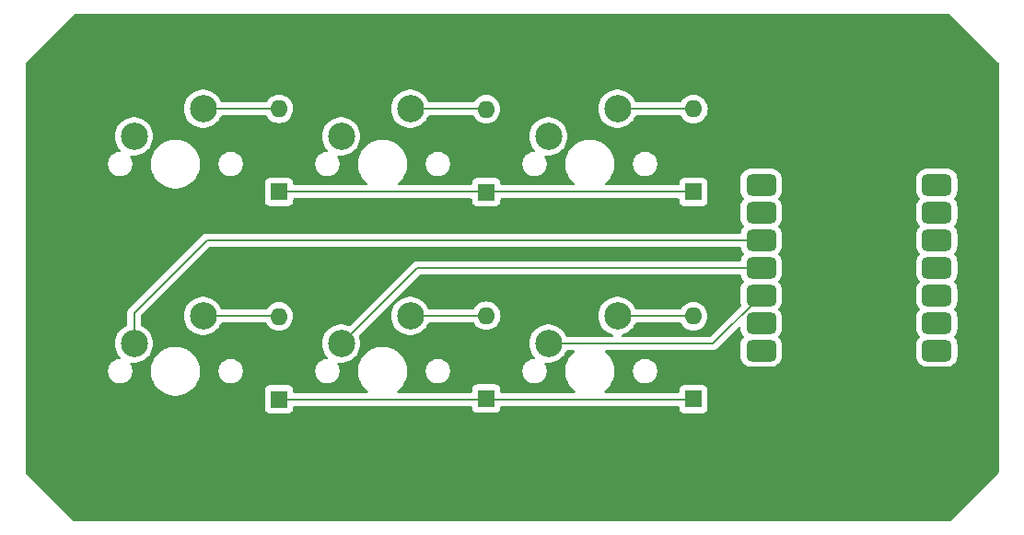
<source format=gbr>
%TF.GenerationSoftware,KiCad,Pcbnew,8.0.6*%
%TF.CreationDate,2024-10-21T20:43:56-04:00*%
%TF.ProjectId,retry,72657472-792e-46b6-9963-61645f706362,rev?*%
%TF.SameCoordinates,Original*%
%TF.FileFunction,Copper,L1,Top*%
%TF.FilePolarity,Positive*%
%FSLAX46Y46*%
G04 Gerber Fmt 4.6, Leading zero omitted, Abs format (unit mm)*
G04 Created by KiCad (PCBNEW 8.0.6) date 2024-10-21 20:43:56*
%MOMM*%
%LPD*%
G01*
G04 APERTURE LIST*
G04 Aperture macros list*
%AMRoundRect*
0 Rectangle with rounded corners*
0 $1 Rounding radius*
0 $2 $3 $4 $5 $6 $7 $8 $9 X,Y pos of 4 corners*
0 Add a 4 corners polygon primitive as box body*
4,1,4,$2,$3,$4,$5,$6,$7,$8,$9,$2,$3,0*
0 Add four circle primitives for the rounded corners*
1,1,$1+$1,$2,$3*
1,1,$1+$1,$4,$5*
1,1,$1+$1,$6,$7*
1,1,$1+$1,$8,$9*
0 Add four rect primitives between the rounded corners*
20,1,$1+$1,$2,$3,$4,$5,0*
20,1,$1+$1,$4,$5,$6,$7,0*
20,1,$1+$1,$6,$7,$8,$9,0*
20,1,$1+$1,$8,$9,$2,$3,0*%
G04 Aperture macros list end*
%TA.AperFunction,ComponentPad*%
%ADD10C,2.500000*%
%TD*%
%TA.AperFunction,ComponentPad*%
%ADD11R,1.600000X1.600000*%
%TD*%
%TA.AperFunction,ComponentPad*%
%ADD12O,1.600000X1.600000*%
%TD*%
%TA.AperFunction,SMDPad,CuDef*%
%ADD13RoundRect,0.500000X-0.875000X-0.500000X0.875000X-0.500000X0.875000X0.500000X-0.875000X0.500000X0*%
%TD*%
%TA.AperFunction,ComponentPad*%
%ADD14C,1.600000*%
%TD*%
%TA.AperFunction,Conductor*%
%ADD15C,0.200000*%
%TD*%
G04 APERTURE END LIST*
D10*
%TO.P,SW3,1,1*%
%TO.N,Column 3*%
X91440000Y-35560000D03*
%TO.P,SW3,2,2*%
%TO.N,Net-(D3-A)*%
X97790000Y-33020000D03*
%TD*%
%TO.P,SW2,1,1*%
%TO.N,Column 2*%
X72390000Y-35560000D03*
%TO.P,SW2,2,2*%
%TO.N,Net-(D2-A)*%
X78740000Y-33020000D03*
%TD*%
%TO.P,SW5,1,1*%
%TO.N,Column 2*%
X72390000Y-54610000D03*
%TO.P,SW5,2,2*%
%TO.N,Net-(D5-A)*%
X78740000Y-52070000D03*
%TD*%
%TO.P,SW4,1,1*%
%TO.N,Column 1*%
X53340000Y-54610000D03*
%TO.P,SW4,2,2*%
%TO.N,Net-(D4-A)*%
X59690000Y-52070000D03*
%TD*%
%TO.P,SW6,1,1*%
%TO.N,Column 3*%
X91440000Y-54610000D03*
%TO.P,SW6,2,2*%
%TO.N,Net-(D6-A)*%
X97790000Y-52070000D03*
%TD*%
%TO.P,SW1,1,1*%
%TO.N,Column 1*%
X53340000Y-35560000D03*
%TO.P,SW1,2,2*%
%TO.N,Net-(D1-A)*%
X59690000Y-33020000D03*
%TD*%
D11*
%TO.P,D6,1,K*%
%TO.N,Row 2*%
X104775000Y-59705000D03*
D12*
%TO.P,D6,2,A*%
%TO.N,Net-(D6-A)*%
X104775000Y-52085000D03*
%TD*%
D11*
%TO.P,D2,1,K*%
%TO.N,Row 1*%
X85725000Y-40675000D03*
D12*
%TO.P,D2,2,A*%
%TO.N,Net-(D2-A)*%
X85725000Y-33055000D03*
%TD*%
D11*
%TO.P,D1,1,K*%
%TO.N,Row 1*%
X66675000Y-40645000D03*
D12*
%TO.P,D1,2,A*%
%TO.N,Net-(D1-A)*%
X66675000Y-33025000D03*
%TD*%
D11*
%TO.P,D4,1,K*%
%TO.N,Row 2*%
X66675000Y-59735000D03*
D12*
%TO.P,D4,2,A*%
%TO.N,Net-(D4-A)*%
X66675000Y-52115000D03*
%TD*%
D11*
%TO.P,D3,1,K*%
%TO.N,Row 1*%
X104785000Y-40655000D03*
D12*
%TO.P,D3,2,A*%
%TO.N,Net-(D3-A)*%
X104785000Y-33035000D03*
%TD*%
D11*
%TO.P,D5,1,K*%
%TO.N,Row 2*%
X85735000Y-59665000D03*
D12*
%TO.P,D5,2,A*%
%TO.N,Net-(D5-A)*%
X85735000Y-52045000D03*
%TD*%
D13*
%TO.P,U1,14,5V*%
%TO.N,unconnected-(U1-5V-Pad14)*%
X127162500Y-40005000D03*
D14*
X126682500Y-40005000D03*
D13*
%TO.P,U1,13,GND*%
%TO.N,Row 2*%
X127162500Y-42545000D03*
D14*
X126682500Y-42545000D03*
D13*
%TO.P,U1,12,3V3*%
%TO.N,unconnected-(U1-3V3-Pad12)*%
X127162500Y-45085000D03*
D14*
X126682500Y-45085000D03*
D13*
%TO.P,U1,11,PA6_A10_D10_MOSI*%
%TO.N,unconnected-(U1-PA6_A10_D10_MOSI-Pad11)*%
X127162500Y-47625000D03*
D14*
X126682500Y-47625000D03*
D13*
%TO.P,U1,10,PA5_A9_D9_MISO*%
%TO.N,unconnected-(U1-PA5_A9_D9_MISO-Pad10)*%
X127162500Y-50165000D03*
D14*
X126682500Y-50165000D03*
D13*
%TO.P,U1,9,PA7_A8_D8_SCK*%
%TO.N,unconnected-(U1-PA7_A8_D8_SCK-Pad9)*%
X127162500Y-52705000D03*
D14*
X126682500Y-52705000D03*
D13*
%TO.P,U1,8,PB09_A7_D7_RX*%
%TO.N,unconnected-(U1-PB09_A7_D7_RX-Pad8)*%
X127162500Y-55245000D03*
D14*
X126682500Y-55245000D03*
%TO.P,U1,7,PB08_A6_D6_TX*%
%TO.N,unconnected-(U1-PB08_A6_D6_TX-Pad7)*%
X111442500Y-55245000D03*
D13*
X110997500Y-55245000D03*
D14*
%TO.P,U1,6,PA9_A5_D5_SCL*%
%TO.N,unconnected-(U1-PA9_A5_D5_SCL-Pad6)*%
X111442500Y-52705000D03*
D13*
X110997500Y-52705000D03*
D14*
%TO.P,U1,5,PA8_A4_D4_SDA*%
%TO.N,Column 3*%
X111442500Y-50165000D03*
D13*
X110997500Y-50165000D03*
D14*
%TO.P,U1,4,PA11_A3_D3*%
%TO.N,Column 2*%
X111442500Y-47625000D03*
D13*
X110997500Y-47625000D03*
D14*
%TO.P,U1,3,PA10_A2_D2*%
%TO.N,Column 1*%
X111442500Y-45085000D03*
D13*
X110997500Y-45085000D03*
D14*
%TO.P,U1,2,PA4_A1_D1*%
%TO.N,Row 2*%
X111442500Y-42545000D03*
D13*
X110997500Y-42545000D03*
D11*
%TO.P,U1,1,PA02_A0_D0*%
%TO.N,Row 1*%
X111442500Y-40005000D03*
D13*
X110997500Y-40005000D03*
%TD*%
D15*
%TO.N,Net-(D1-A)*%
X66670000Y-33020000D02*
X66675000Y-33025000D01*
X59690000Y-33020000D02*
X66670000Y-33020000D01*
%TO.N,Row 1*%
X104775000Y-40645000D02*
X104785000Y-40655000D01*
X66675000Y-40645000D02*
X104775000Y-40645000D01*
%TO.N,Net-(D2-A)*%
X78740000Y-33020000D02*
X85690000Y-33020000D01*
X85690000Y-33020000D02*
X85725000Y-33055000D01*
%TO.N,Net-(D3-A)*%
X97790000Y-33020000D02*
X104770000Y-33020000D01*
X104770000Y-33020000D02*
X104785000Y-33035000D01*
%TO.N,Row 2*%
X104745000Y-59735000D02*
X104775000Y-59705000D01*
X66675000Y-59735000D02*
X104745000Y-59735000D01*
%TO.N,Net-(D4-A)*%
X66630000Y-52070000D02*
X66675000Y-52115000D01*
X59690000Y-52070000D02*
X66630000Y-52070000D01*
%TO.N,Net-(D5-A)*%
X85710000Y-52070000D02*
X85735000Y-52045000D01*
X78740000Y-52070000D02*
X85710000Y-52070000D01*
%TO.N,Net-(D6-A)*%
X97790000Y-52070000D02*
X104760000Y-52070000D01*
X104760000Y-52070000D02*
X104775000Y-52085000D01*
%TO.N,Column 1*%
X53340000Y-54610000D02*
X53340000Y-51780000D01*
X60035000Y-45085000D02*
X110997500Y-45085000D01*
X53340000Y-51780000D02*
X60035000Y-45085000D01*
%TO.N,Column 2*%
X79375000Y-47625000D02*
X111442500Y-47625000D01*
X72390000Y-54610000D02*
X79375000Y-47625000D01*
%TO.N,Column 3*%
X106552500Y-54610000D02*
X110997500Y-50165000D01*
X110997500Y-50191358D02*
X110997500Y-50165000D01*
X91440000Y-54610000D02*
X106552500Y-54610000D01*
%TD*%
%TA.AperFunction,NonConductor*%
G36*
X128395863Y-24332685D02*
G01*
X128416505Y-24349319D01*
X132813181Y-28745995D01*
X132846666Y-28807318D01*
X132849500Y-28833676D01*
X132849500Y-66416324D01*
X132829815Y-66483363D01*
X132813181Y-66504005D01*
X128416505Y-70900681D01*
X128355182Y-70934166D01*
X128328824Y-70937000D01*
X47883676Y-70937000D01*
X47816637Y-70917315D01*
X47795995Y-70900681D01*
X43399319Y-66504005D01*
X43365834Y-66442682D01*
X43363000Y-66416324D01*
X43363000Y-57061421D01*
X50944500Y-57061421D01*
X50944500Y-57238578D01*
X50972214Y-57413556D01*
X51026956Y-57582039D01*
X51026957Y-57582042D01*
X51107386Y-57739890D01*
X51211517Y-57883214D01*
X51336786Y-58008483D01*
X51480110Y-58112614D01*
X51548577Y-58147500D01*
X51637957Y-58193042D01*
X51637960Y-58193043D01*
X51722201Y-58220414D01*
X51806445Y-58247786D01*
X51981421Y-58275500D01*
X51981422Y-58275500D01*
X52158578Y-58275500D01*
X52158579Y-58275500D01*
X52333555Y-58247786D01*
X52502042Y-58193042D01*
X52659890Y-58112614D01*
X52803214Y-58008483D01*
X52928483Y-57883214D01*
X53032614Y-57739890D01*
X53113042Y-57582042D01*
X53167786Y-57413555D01*
X53195500Y-57238579D01*
X53195500Y-57061421D01*
X53186165Y-57002486D01*
X54899500Y-57002486D01*
X54899500Y-57297513D01*
X54914778Y-57413555D01*
X54938007Y-57589993D01*
X55014361Y-57874951D01*
X55014364Y-57874961D01*
X55127254Y-58147500D01*
X55127258Y-58147510D01*
X55274761Y-58402993D01*
X55454352Y-58637040D01*
X55454358Y-58637047D01*
X55662952Y-58845641D01*
X55662959Y-58845647D01*
X55897006Y-59025238D01*
X56152489Y-59172741D01*
X56152490Y-59172741D01*
X56152493Y-59172743D01*
X56425048Y-59285639D01*
X56710007Y-59361993D01*
X57002494Y-59400500D01*
X57002501Y-59400500D01*
X57297499Y-59400500D01*
X57297506Y-59400500D01*
X57589993Y-59361993D01*
X57874952Y-59285639D01*
X58147507Y-59172743D01*
X58402994Y-59025238D01*
X58637042Y-58845646D01*
X58845646Y-58637042D01*
X59025238Y-58402994D01*
X59172743Y-58147507D01*
X59285639Y-57874952D01*
X59361993Y-57589993D01*
X59400500Y-57297506D01*
X59400500Y-57061421D01*
X61104500Y-57061421D01*
X61104500Y-57238578D01*
X61132214Y-57413556D01*
X61186956Y-57582039D01*
X61186957Y-57582042D01*
X61267386Y-57739890D01*
X61371517Y-57883214D01*
X61496786Y-58008483D01*
X61640110Y-58112614D01*
X61708577Y-58147500D01*
X61797957Y-58193042D01*
X61797960Y-58193043D01*
X61882201Y-58220414D01*
X61966445Y-58247786D01*
X62141421Y-58275500D01*
X62141422Y-58275500D01*
X62318578Y-58275500D01*
X62318579Y-58275500D01*
X62493555Y-58247786D01*
X62662042Y-58193042D01*
X62819890Y-58112614D01*
X62963214Y-58008483D01*
X63088483Y-57883214D01*
X63192614Y-57739890D01*
X63273042Y-57582042D01*
X63327786Y-57413555D01*
X63355500Y-57238579D01*
X63355500Y-57061421D01*
X63327786Y-56886445D01*
X63281991Y-56745500D01*
X63273043Y-56717960D01*
X63273042Y-56717957D01*
X63205142Y-56584698D01*
X63192614Y-56560110D01*
X63088483Y-56416786D01*
X62963214Y-56291517D01*
X62819890Y-56187386D01*
X62662042Y-56106957D01*
X62662039Y-56106956D01*
X62493556Y-56052214D01*
X62406067Y-56038357D01*
X62318579Y-56024500D01*
X62141421Y-56024500D01*
X62083095Y-56033738D01*
X61966443Y-56052214D01*
X61797960Y-56106956D01*
X61797957Y-56106957D01*
X61640109Y-56187386D01*
X61562104Y-56244061D01*
X61496786Y-56291517D01*
X61496784Y-56291519D01*
X61496783Y-56291519D01*
X61371519Y-56416783D01*
X61371519Y-56416784D01*
X61371517Y-56416786D01*
X61342947Y-56456109D01*
X61267386Y-56560109D01*
X61186957Y-56717957D01*
X61186956Y-56717960D01*
X61132214Y-56886443D01*
X61104500Y-57061421D01*
X59400500Y-57061421D01*
X59400500Y-57002494D01*
X59361993Y-56710007D01*
X59285639Y-56425048D01*
X59172743Y-56152493D01*
X59159888Y-56130228D01*
X59025238Y-55897006D01*
X58845647Y-55662959D01*
X58845641Y-55662952D01*
X58637047Y-55454358D01*
X58637040Y-55454352D01*
X58402993Y-55274761D01*
X58147510Y-55127258D01*
X58147500Y-55127254D01*
X57874961Y-55014364D01*
X57874954Y-55014362D01*
X57874952Y-55014361D01*
X57589993Y-54938007D01*
X57541113Y-54931571D01*
X57297513Y-54899500D01*
X57297506Y-54899500D01*
X57002494Y-54899500D01*
X57002486Y-54899500D01*
X56724085Y-54936153D01*
X56710007Y-54938007D01*
X56596201Y-54968501D01*
X56425048Y-55014361D01*
X56425038Y-55014364D01*
X56152499Y-55127254D01*
X56152489Y-55127258D01*
X55897006Y-55274761D01*
X55662959Y-55454352D01*
X55662952Y-55454358D01*
X55454358Y-55662952D01*
X55454352Y-55662959D01*
X55274761Y-55897006D01*
X55127258Y-56152489D01*
X55127254Y-56152499D01*
X55014364Y-56425038D01*
X55014361Y-56425048D01*
X54946340Y-56678910D01*
X54938008Y-56710004D01*
X54938006Y-56710015D01*
X54899500Y-57002486D01*
X53186165Y-57002486D01*
X53167786Y-56886445D01*
X53121991Y-56745500D01*
X53113043Y-56717960D01*
X53113042Y-56717957D01*
X53045142Y-56584698D01*
X53032614Y-56560110D01*
X53031529Y-56558617D01*
X53022202Y-56545778D01*
X52998722Y-56479972D01*
X53014548Y-56411918D01*
X53064654Y-56363223D01*
X53133132Y-56349348D01*
X53140992Y-56350276D01*
X53208818Y-56360500D01*
X53471182Y-56360500D01*
X53730615Y-56321396D01*
X53981323Y-56244063D01*
X54217704Y-56130228D01*
X54434479Y-55982433D01*
X54626805Y-55803981D01*
X54790386Y-55598857D01*
X54921568Y-55371643D01*
X55017420Y-55127416D01*
X55075802Y-54871630D01*
X55089640Y-54686971D01*
X55095408Y-54610004D01*
X55095408Y-54609995D01*
X55075803Y-54348379D01*
X55075802Y-54348374D01*
X55075802Y-54348370D01*
X55017420Y-54092584D01*
X54921568Y-53848357D01*
X54790386Y-53621143D01*
X54626805Y-53416019D01*
X54626804Y-53416018D01*
X54626801Y-53416014D01*
X54434479Y-53237567D01*
X54343542Y-53175567D01*
X54217704Y-53089772D01*
X54217701Y-53089771D01*
X54217699Y-53089769D01*
X54010698Y-52990083D01*
X53958839Y-52943261D01*
X53940500Y-52878363D01*
X53940500Y-52080097D01*
X53943466Y-52069995D01*
X57934592Y-52069995D01*
X57934592Y-52070004D01*
X57954196Y-52331620D01*
X57954197Y-52331625D01*
X58012576Y-52587402D01*
X58012578Y-52587411D01*
X58012580Y-52587416D01*
X58108432Y-52831643D01*
X58239614Y-53058857D01*
X58332687Y-53175567D01*
X58403198Y-53263985D01*
X58530838Y-53382416D01*
X58595521Y-53442433D01*
X58812296Y-53590228D01*
X58812301Y-53590230D01*
X58812302Y-53590231D01*
X58812303Y-53590232D01*
X58937843Y-53650688D01*
X59048673Y-53704061D01*
X59048674Y-53704061D01*
X59048677Y-53704063D01*
X59299385Y-53781396D01*
X59558818Y-53820500D01*
X59821182Y-53820500D01*
X60080615Y-53781396D01*
X60331323Y-53704063D01*
X60567704Y-53590228D01*
X60784479Y-53442433D01*
X60976805Y-53263981D01*
X61140386Y-53058857D01*
X61271568Y-52831643D01*
X61303926Y-52749194D01*
X61346740Y-52693984D01*
X61412610Y-52670683D01*
X61419353Y-52670500D01*
X65420095Y-52670500D01*
X65487134Y-52690185D01*
X65532475Y-52742093D01*
X65535789Y-52749198D01*
X65544433Y-52767736D01*
X65674954Y-52954141D01*
X65835858Y-53115045D01*
X65835861Y-53115047D01*
X66022266Y-53245568D01*
X66228504Y-53341739D01*
X66448308Y-53400635D01*
X66610230Y-53414801D01*
X66674998Y-53420468D01*
X66675000Y-53420468D01*
X66675002Y-53420468D01*
X66731673Y-53415509D01*
X66901692Y-53400635D01*
X67121496Y-53341739D01*
X67327734Y-53245568D01*
X67514139Y-53115047D01*
X67675047Y-52954139D01*
X67805568Y-52767734D01*
X67901739Y-52561496D01*
X67960635Y-52341692D01*
X67980468Y-52115000D01*
X67977843Y-52085001D01*
X67960635Y-51888313D01*
X67960635Y-51888308D01*
X67915916Y-51721415D01*
X67901741Y-51668511D01*
X67901738Y-51668502D01*
X67887749Y-51638502D01*
X67805568Y-51462266D01*
X67675047Y-51275861D01*
X67675045Y-51275858D01*
X67514141Y-51114954D01*
X67327734Y-50984432D01*
X67327732Y-50984431D01*
X67121497Y-50888261D01*
X67121488Y-50888258D01*
X66901697Y-50829366D01*
X66901693Y-50829365D01*
X66901692Y-50829365D01*
X66901691Y-50829364D01*
X66901686Y-50829364D01*
X66675002Y-50809532D01*
X66674998Y-50809532D01*
X66448313Y-50829364D01*
X66448302Y-50829366D01*
X66228511Y-50888258D01*
X66228502Y-50888261D01*
X66022267Y-50984431D01*
X66022265Y-50984432D01*
X65835858Y-51114954D01*
X65674954Y-51275858D01*
X65576391Y-51416623D01*
X65521814Y-51460248D01*
X65474816Y-51469500D01*
X61419353Y-51469500D01*
X61352314Y-51449815D01*
X61306559Y-51397011D01*
X61303941Y-51390842D01*
X61271568Y-51308357D01*
X61140386Y-51081143D01*
X60976805Y-50876019D01*
X60976804Y-50876018D01*
X60976801Y-50876014D01*
X60784479Y-50697567D01*
X60567704Y-50549772D01*
X60567700Y-50549770D01*
X60567697Y-50549768D01*
X60567696Y-50549767D01*
X60331325Y-50435938D01*
X60331327Y-50435938D01*
X60080623Y-50358606D01*
X60080619Y-50358605D01*
X60080615Y-50358604D01*
X59955823Y-50339794D01*
X59821187Y-50319500D01*
X59821182Y-50319500D01*
X59558818Y-50319500D01*
X59558812Y-50319500D01*
X59397247Y-50343853D01*
X59299385Y-50358604D01*
X59299382Y-50358605D01*
X59299376Y-50358606D01*
X59048673Y-50435938D01*
X58812303Y-50549767D01*
X58812302Y-50549768D01*
X58595520Y-50697567D01*
X58403198Y-50876014D01*
X58239614Y-51081143D01*
X58108432Y-51308356D01*
X58012582Y-51552578D01*
X58012576Y-51552597D01*
X57954197Y-51808374D01*
X57954196Y-51808379D01*
X57934592Y-52069995D01*
X53943466Y-52069995D01*
X53960185Y-52013058D01*
X53976819Y-51992416D01*
X60247417Y-45721819D01*
X60308740Y-45688334D01*
X60335098Y-45685500D01*
X109017110Y-45685500D01*
X109084149Y-45705185D01*
X109129904Y-45757989D01*
X109136323Y-45775382D01*
X109156428Y-45845644D01*
X109188589Y-45958045D01*
X109188590Y-45958048D01*
X109188591Y-45958049D01*
X109282802Y-46138407D01*
X109282804Y-46138409D01*
X109395515Y-46276639D01*
X109422624Y-46341036D01*
X109410615Y-46409865D01*
X109395515Y-46433361D01*
X109282804Y-46571590D01*
X109188589Y-46751954D01*
X109152996Y-46876347D01*
X109136325Y-46934612D01*
X109098959Y-46993649D01*
X109035605Y-47023113D01*
X109017110Y-47024500D01*
X79461670Y-47024500D01*
X79461654Y-47024499D01*
X79454058Y-47024499D01*
X79295943Y-47024499D01*
X79219579Y-47044961D01*
X79143214Y-47065423D01*
X79143209Y-47065426D01*
X79006290Y-47144475D01*
X79006282Y-47144481D01*
X73190395Y-52960368D01*
X73129072Y-52993853D01*
X73059380Y-52988869D01*
X73048916Y-52984409D01*
X73031324Y-52975937D01*
X72780623Y-52898606D01*
X72780619Y-52898605D01*
X72780615Y-52898604D01*
X72655823Y-52879794D01*
X72521187Y-52859500D01*
X72521182Y-52859500D01*
X72258818Y-52859500D01*
X72258812Y-52859500D01*
X72097247Y-52883853D01*
X71999385Y-52898604D01*
X71999382Y-52898605D01*
X71999376Y-52898606D01*
X71748673Y-52975938D01*
X71512303Y-53089767D01*
X71512302Y-53089768D01*
X71295520Y-53237567D01*
X71103198Y-53416014D01*
X70939614Y-53621143D01*
X70808432Y-53848356D01*
X70712582Y-54092578D01*
X70712576Y-54092597D01*
X70654197Y-54348374D01*
X70654196Y-54348379D01*
X70634592Y-54609995D01*
X70634592Y-54610004D01*
X70654196Y-54871620D01*
X70654197Y-54871625D01*
X70712576Y-55127402D01*
X70712578Y-55127411D01*
X70712580Y-55127416D01*
X70808432Y-55371643D01*
X70939614Y-55598857D01*
X70990733Y-55662958D01*
X71103197Y-55803984D01*
X71109377Y-55809717D01*
X71145133Y-55869744D01*
X71142760Y-55939574D01*
X71103011Y-55997035D01*
X71038506Y-56023884D01*
X71034788Y-56024234D01*
X71031428Y-56024498D01*
X70856443Y-56052214D01*
X70687960Y-56106956D01*
X70687957Y-56106957D01*
X70530109Y-56187386D01*
X70452104Y-56244061D01*
X70386786Y-56291517D01*
X70386784Y-56291519D01*
X70386783Y-56291519D01*
X70261519Y-56416783D01*
X70261519Y-56416784D01*
X70261517Y-56416786D01*
X70232947Y-56456109D01*
X70157386Y-56560109D01*
X70076957Y-56717957D01*
X70076956Y-56717960D01*
X70022214Y-56886443D01*
X69994500Y-57061421D01*
X69994500Y-57238578D01*
X70022214Y-57413556D01*
X70076956Y-57582039D01*
X70076957Y-57582042D01*
X70157386Y-57739890D01*
X70261517Y-57883214D01*
X70386786Y-58008483D01*
X70530110Y-58112614D01*
X70598577Y-58147500D01*
X70687957Y-58193042D01*
X70687960Y-58193043D01*
X70772201Y-58220414D01*
X70856445Y-58247786D01*
X71031421Y-58275500D01*
X71031422Y-58275500D01*
X71208578Y-58275500D01*
X71208579Y-58275500D01*
X71383555Y-58247786D01*
X71552042Y-58193042D01*
X71709890Y-58112614D01*
X71853214Y-58008483D01*
X71978483Y-57883214D01*
X72082614Y-57739890D01*
X72163042Y-57582042D01*
X72217786Y-57413555D01*
X72245500Y-57238579D01*
X72245500Y-57061421D01*
X72217786Y-56886445D01*
X72171991Y-56745500D01*
X72163043Y-56717960D01*
X72163042Y-56717957D01*
X72095142Y-56584698D01*
X72082614Y-56560110D01*
X72081529Y-56558617D01*
X72072202Y-56545778D01*
X72048722Y-56479972D01*
X72064548Y-56411918D01*
X72114654Y-56363223D01*
X72183132Y-56349348D01*
X72190992Y-56350276D01*
X72258818Y-56360500D01*
X72521182Y-56360500D01*
X72780615Y-56321396D01*
X73031323Y-56244063D01*
X73267704Y-56130228D01*
X73484479Y-55982433D01*
X73676805Y-55803981D01*
X73840386Y-55598857D01*
X73971568Y-55371643D01*
X74067420Y-55127416D01*
X74125802Y-54871630D01*
X74139640Y-54686971D01*
X74145408Y-54610004D01*
X74145408Y-54609995D01*
X74125803Y-54348379D01*
X74125802Y-54348374D01*
X74125802Y-54348370D01*
X74067420Y-54092584D01*
X74009489Y-53944980D01*
X74003321Y-53875384D01*
X74035759Y-53813501D01*
X74037237Y-53811998D01*
X75779241Y-52069995D01*
X76984592Y-52069995D01*
X76984592Y-52070004D01*
X77004196Y-52331620D01*
X77004197Y-52331625D01*
X77062576Y-52587402D01*
X77062578Y-52587411D01*
X77062580Y-52587416D01*
X77158432Y-52831643D01*
X77289614Y-53058857D01*
X77382687Y-53175567D01*
X77453198Y-53263985D01*
X77580838Y-53382416D01*
X77645521Y-53442433D01*
X77862296Y-53590228D01*
X77862301Y-53590230D01*
X77862302Y-53590231D01*
X77862303Y-53590232D01*
X77987843Y-53650688D01*
X78098673Y-53704061D01*
X78098674Y-53704061D01*
X78098677Y-53704063D01*
X78349385Y-53781396D01*
X78608818Y-53820500D01*
X78871182Y-53820500D01*
X79130615Y-53781396D01*
X79381323Y-53704063D01*
X79617704Y-53590228D01*
X79834479Y-53442433D01*
X80026805Y-53263981D01*
X80190386Y-53058857D01*
X80321568Y-52831643D01*
X80353926Y-52749194D01*
X80396740Y-52693984D01*
X80462610Y-52670683D01*
X80469353Y-52670500D01*
X84520812Y-52670500D01*
X84587851Y-52690185D01*
X84622387Y-52723377D01*
X84734954Y-52884141D01*
X84895858Y-53045045D01*
X84895861Y-53045047D01*
X85082266Y-53175568D01*
X85288504Y-53271739D01*
X85508308Y-53330635D01*
X85670230Y-53344801D01*
X85734998Y-53350468D01*
X85735000Y-53350468D01*
X85735002Y-53350468D01*
X85791673Y-53345509D01*
X85961692Y-53330635D01*
X86181496Y-53271739D01*
X86387734Y-53175568D01*
X86574139Y-53045047D01*
X86735047Y-52884139D01*
X86865568Y-52697734D01*
X86961739Y-52491496D01*
X87020635Y-52271692D01*
X87040468Y-52045000D01*
X87038944Y-52027586D01*
X87034801Y-51980230D01*
X87020635Y-51818308D01*
X86961739Y-51598504D01*
X86865568Y-51392266D01*
X86735047Y-51205861D01*
X86735045Y-51205858D01*
X86574141Y-51044954D01*
X86387734Y-50914432D01*
X86387732Y-50914431D01*
X86181497Y-50818261D01*
X86181488Y-50818258D01*
X85961697Y-50759366D01*
X85961693Y-50759365D01*
X85961692Y-50759365D01*
X85961691Y-50759364D01*
X85961686Y-50759364D01*
X85735002Y-50739532D01*
X85734998Y-50739532D01*
X85508313Y-50759364D01*
X85508302Y-50759366D01*
X85288511Y-50818258D01*
X85288502Y-50818261D01*
X85082267Y-50914431D01*
X85082265Y-50914432D01*
X84895858Y-51044954D01*
X84734954Y-51205858D01*
X84604432Y-51392265D01*
X84603272Y-51394752D01*
X84601802Y-51397904D01*
X84555633Y-51450343D01*
X84489421Y-51469500D01*
X80469353Y-51469500D01*
X80402314Y-51449815D01*
X80356559Y-51397011D01*
X80353941Y-51390842D01*
X80321568Y-51308357D01*
X80190386Y-51081143D01*
X80026805Y-50876019D01*
X80026804Y-50876018D01*
X80026801Y-50876014D01*
X79834479Y-50697567D01*
X79617704Y-50549772D01*
X79617700Y-50549770D01*
X79617697Y-50549768D01*
X79617696Y-50549767D01*
X79381325Y-50435938D01*
X79381327Y-50435938D01*
X79130623Y-50358606D01*
X79130619Y-50358605D01*
X79130615Y-50358604D01*
X79005823Y-50339794D01*
X78871187Y-50319500D01*
X78871182Y-50319500D01*
X78608818Y-50319500D01*
X78608812Y-50319500D01*
X78447247Y-50343853D01*
X78349385Y-50358604D01*
X78349382Y-50358605D01*
X78349376Y-50358606D01*
X78098673Y-50435938D01*
X77862303Y-50549767D01*
X77862302Y-50549768D01*
X77645520Y-50697567D01*
X77453198Y-50876014D01*
X77289614Y-51081143D01*
X77158432Y-51308356D01*
X77062582Y-51552578D01*
X77062576Y-51552597D01*
X77004197Y-51808374D01*
X77004196Y-51808379D01*
X76984592Y-52069995D01*
X75779241Y-52069995D01*
X76804282Y-51044954D01*
X79587417Y-48261819D01*
X79648740Y-48228334D01*
X79675098Y-48225500D01*
X109017110Y-48225500D01*
X109084149Y-48245185D01*
X109129904Y-48297989D01*
X109136323Y-48315382D01*
X109156428Y-48385644D01*
X109188589Y-48498045D01*
X109188590Y-48498048D01*
X109188591Y-48498049D01*
X109282802Y-48678407D01*
X109282804Y-48678409D01*
X109395515Y-48816639D01*
X109422624Y-48881036D01*
X109410615Y-48949865D01*
X109395515Y-48973361D01*
X109282804Y-49111590D01*
X109188589Y-49291954D01*
X109132614Y-49487583D01*
X109132613Y-49487586D01*
X109122000Y-49606966D01*
X109122000Y-50723028D01*
X109122000Y-50723033D01*
X109122001Y-50723036D01*
X109124071Y-50746330D01*
X109132613Y-50842415D01*
X109187782Y-51035224D01*
X109187299Y-51105092D01*
X109156247Y-51157016D01*
X106340084Y-53973181D01*
X106278761Y-54006666D01*
X106252403Y-54009500D01*
X98263807Y-54009500D01*
X98196768Y-53989815D01*
X98151013Y-53937011D01*
X98141069Y-53867853D01*
X98170094Y-53804297D01*
X98227257Y-53767009D01*
X98255144Y-53758407D01*
X98431323Y-53704063D01*
X98667704Y-53590228D01*
X98884479Y-53442433D01*
X99076805Y-53263981D01*
X99240386Y-53058857D01*
X99371568Y-52831643D01*
X99403926Y-52749194D01*
X99446740Y-52693984D01*
X99512610Y-52670683D01*
X99519353Y-52670500D01*
X103534083Y-52670500D01*
X103601122Y-52690185D01*
X103639631Y-52734245D01*
X103641721Y-52733039D01*
X103644430Y-52737731D01*
X103774954Y-52924141D01*
X103935858Y-53085045D01*
X103935861Y-53085047D01*
X104122266Y-53215568D01*
X104328504Y-53311739D01*
X104548308Y-53370635D01*
X104710230Y-53384801D01*
X104774998Y-53390468D01*
X104775000Y-53390468D01*
X104775002Y-53390468D01*
X104831673Y-53385509D01*
X105001692Y-53370635D01*
X105221496Y-53311739D01*
X105427734Y-53215568D01*
X105614139Y-53085047D01*
X105775047Y-52924139D01*
X105905568Y-52737734D01*
X106001739Y-52531496D01*
X106060635Y-52311692D01*
X106080468Y-52085000D01*
X106076968Y-52045000D01*
X106063260Y-51888313D01*
X106060635Y-51858308D01*
X106001739Y-51638504D01*
X105905568Y-51432266D01*
X105775047Y-51245861D01*
X105775045Y-51245858D01*
X105614141Y-51084954D01*
X105427734Y-50954432D01*
X105427732Y-50954431D01*
X105221497Y-50858261D01*
X105221488Y-50858258D01*
X105001697Y-50799366D01*
X105001693Y-50799365D01*
X105001692Y-50799365D01*
X105001691Y-50799364D01*
X105001686Y-50799364D01*
X104775002Y-50779532D01*
X104774998Y-50779532D01*
X104548313Y-50799364D01*
X104548302Y-50799366D01*
X104328511Y-50858258D01*
X104328502Y-50858261D01*
X104122267Y-50954431D01*
X104122265Y-50954432D01*
X103935858Y-51084954D01*
X103774954Y-51245858D01*
X103655385Y-51416623D01*
X103600809Y-51460248D01*
X103553810Y-51469500D01*
X99519353Y-51469500D01*
X99452314Y-51449815D01*
X99406559Y-51397011D01*
X99403941Y-51390842D01*
X99371568Y-51308357D01*
X99240386Y-51081143D01*
X99076805Y-50876019D01*
X99076804Y-50876018D01*
X99076801Y-50876014D01*
X98884479Y-50697567D01*
X98667704Y-50549772D01*
X98667700Y-50549770D01*
X98667697Y-50549768D01*
X98667696Y-50549767D01*
X98431325Y-50435938D01*
X98431327Y-50435938D01*
X98180623Y-50358606D01*
X98180619Y-50358605D01*
X98180615Y-50358604D01*
X98055823Y-50339794D01*
X97921187Y-50319500D01*
X97921182Y-50319500D01*
X97658818Y-50319500D01*
X97658812Y-50319500D01*
X97497247Y-50343853D01*
X97399385Y-50358604D01*
X97399382Y-50358605D01*
X97399376Y-50358606D01*
X97148673Y-50435938D01*
X96912303Y-50549767D01*
X96912302Y-50549768D01*
X96695520Y-50697567D01*
X96503198Y-50876014D01*
X96339614Y-51081143D01*
X96208432Y-51308356D01*
X96112582Y-51552578D01*
X96112576Y-51552597D01*
X96054197Y-51808374D01*
X96054196Y-51808379D01*
X96034592Y-52069995D01*
X96034592Y-52070004D01*
X96054196Y-52331620D01*
X96054197Y-52331625D01*
X96112576Y-52587402D01*
X96112578Y-52587411D01*
X96112580Y-52587416D01*
X96208432Y-52831643D01*
X96339614Y-53058857D01*
X96432687Y-53175567D01*
X96503198Y-53263985D01*
X96630838Y-53382416D01*
X96695521Y-53442433D01*
X96912296Y-53590228D01*
X96912301Y-53590230D01*
X96912302Y-53590231D01*
X96912303Y-53590232D01*
X97037843Y-53650688D01*
X97148673Y-53704061D01*
X97148674Y-53704061D01*
X97148677Y-53704063D01*
X97310683Y-53754035D01*
X97352743Y-53767009D01*
X97411002Y-53805579D01*
X97439160Y-53869524D01*
X97428276Y-53938541D01*
X97381807Y-53990718D01*
X97316193Y-54009500D01*
X93169353Y-54009500D01*
X93102314Y-53989815D01*
X93056559Y-53937011D01*
X93053941Y-53930842D01*
X93021568Y-53848357D01*
X92890386Y-53621143D01*
X92726805Y-53416019D01*
X92726804Y-53416018D01*
X92726801Y-53416014D01*
X92534479Y-53237567D01*
X92502211Y-53215567D01*
X92317704Y-53089772D01*
X92317698Y-53089769D01*
X92317697Y-53089768D01*
X92317696Y-53089767D01*
X92081325Y-52975938D01*
X92081327Y-52975938D01*
X91830623Y-52898606D01*
X91830619Y-52898605D01*
X91830615Y-52898604D01*
X91705823Y-52879794D01*
X91571187Y-52859500D01*
X91571182Y-52859500D01*
X91308818Y-52859500D01*
X91308812Y-52859500D01*
X91147247Y-52883853D01*
X91049385Y-52898604D01*
X91049382Y-52898605D01*
X91049376Y-52898606D01*
X90798673Y-52975938D01*
X90562303Y-53089767D01*
X90562302Y-53089768D01*
X90345520Y-53237567D01*
X90153198Y-53416014D01*
X89989614Y-53621143D01*
X89858432Y-53848356D01*
X89762582Y-54092578D01*
X89762576Y-54092597D01*
X89704197Y-54348374D01*
X89704196Y-54348379D01*
X89684592Y-54609995D01*
X89684592Y-54610004D01*
X89704196Y-54871620D01*
X89704197Y-54871625D01*
X89762576Y-55127402D01*
X89762578Y-55127411D01*
X89762580Y-55127416D01*
X89858432Y-55371643D01*
X89989614Y-55598857D01*
X90040733Y-55662958D01*
X90153197Y-55803984D01*
X90159377Y-55809717D01*
X90195133Y-55869744D01*
X90192760Y-55939574D01*
X90153011Y-55997035D01*
X90088506Y-56023884D01*
X90084788Y-56024234D01*
X90081428Y-56024498D01*
X89906443Y-56052214D01*
X89737960Y-56106956D01*
X89737957Y-56106957D01*
X89580109Y-56187386D01*
X89502104Y-56244061D01*
X89436786Y-56291517D01*
X89436784Y-56291519D01*
X89436783Y-56291519D01*
X89311519Y-56416783D01*
X89311519Y-56416784D01*
X89311517Y-56416786D01*
X89282947Y-56456109D01*
X89207386Y-56560109D01*
X89126957Y-56717957D01*
X89126956Y-56717960D01*
X89072214Y-56886443D01*
X89044500Y-57061421D01*
X89044500Y-57238578D01*
X89072214Y-57413556D01*
X89126956Y-57582039D01*
X89126957Y-57582042D01*
X89207386Y-57739890D01*
X89311517Y-57883214D01*
X89436786Y-58008483D01*
X89580110Y-58112614D01*
X89648577Y-58147500D01*
X89737957Y-58193042D01*
X89737960Y-58193043D01*
X89822201Y-58220414D01*
X89906445Y-58247786D01*
X90081421Y-58275500D01*
X90081422Y-58275500D01*
X90258578Y-58275500D01*
X90258579Y-58275500D01*
X90433555Y-58247786D01*
X90602042Y-58193042D01*
X90759890Y-58112614D01*
X90903214Y-58008483D01*
X91028483Y-57883214D01*
X91132614Y-57739890D01*
X91213042Y-57582042D01*
X91267786Y-57413555D01*
X91295500Y-57238579D01*
X91295500Y-57061421D01*
X91267786Y-56886445D01*
X91221991Y-56745500D01*
X91213043Y-56717960D01*
X91213042Y-56717957D01*
X91145142Y-56584698D01*
X91132614Y-56560110D01*
X91131529Y-56558617D01*
X91122202Y-56545778D01*
X91098722Y-56479972D01*
X91114548Y-56411918D01*
X91164654Y-56363223D01*
X91233132Y-56349348D01*
X91240992Y-56350276D01*
X91308818Y-56360500D01*
X91571182Y-56360500D01*
X91830615Y-56321396D01*
X92081323Y-56244063D01*
X92317704Y-56130228D01*
X92534479Y-55982433D01*
X92726805Y-55803981D01*
X92890386Y-55598857D01*
X93021568Y-55371643D01*
X93053926Y-55289194D01*
X93096740Y-55233984D01*
X93162610Y-55210683D01*
X93169353Y-55210500D01*
X93715462Y-55210500D01*
X93782501Y-55230185D01*
X93828256Y-55282989D01*
X93838200Y-55352147D01*
X93809175Y-55415703D01*
X93790948Y-55432876D01*
X93762959Y-55454352D01*
X93762952Y-55454358D01*
X93554358Y-55662952D01*
X93554352Y-55662959D01*
X93374761Y-55897006D01*
X93227258Y-56152489D01*
X93227254Y-56152499D01*
X93114364Y-56425038D01*
X93114361Y-56425048D01*
X93046340Y-56678910D01*
X93038008Y-56710004D01*
X93038006Y-56710015D01*
X92999500Y-57002486D01*
X92999500Y-57297513D01*
X93014778Y-57413555D01*
X93038007Y-57589993D01*
X93114361Y-57874951D01*
X93114364Y-57874961D01*
X93227254Y-58147500D01*
X93227258Y-58147510D01*
X93374761Y-58402993D01*
X93554352Y-58637040D01*
X93554358Y-58637047D01*
X93762952Y-58845641D01*
X93762959Y-58845647D01*
X93849593Y-58912124D01*
X93890796Y-58968552D01*
X93894951Y-59038298D01*
X93860739Y-59099218D01*
X93799021Y-59131971D01*
X93774107Y-59134500D01*
X87159499Y-59134500D01*
X87092460Y-59114815D01*
X87046705Y-59062011D01*
X87035499Y-59010500D01*
X87035499Y-58817129D01*
X87035498Y-58817123D01*
X87035497Y-58817116D01*
X87029091Y-58757517D01*
X87004904Y-58692669D01*
X86978797Y-58622671D01*
X86978793Y-58622664D01*
X86892547Y-58507455D01*
X86892544Y-58507452D01*
X86777335Y-58421206D01*
X86777328Y-58421202D01*
X86642482Y-58370908D01*
X86642483Y-58370908D01*
X86582883Y-58364501D01*
X86582881Y-58364500D01*
X86582873Y-58364500D01*
X86582864Y-58364500D01*
X84887129Y-58364500D01*
X84887123Y-58364501D01*
X84827516Y-58370908D01*
X84692671Y-58421202D01*
X84692664Y-58421206D01*
X84577455Y-58507452D01*
X84577452Y-58507455D01*
X84491206Y-58622664D01*
X84491202Y-58622671D01*
X84440908Y-58757517D01*
X84436608Y-58797516D01*
X84434501Y-58817123D01*
X84434500Y-58817135D01*
X84434500Y-59010500D01*
X84414815Y-59077539D01*
X84362011Y-59123294D01*
X84310500Y-59134500D01*
X77675893Y-59134500D01*
X77608854Y-59114815D01*
X77563099Y-59062011D01*
X77553155Y-58992853D01*
X77582180Y-58929297D01*
X77600407Y-58912124D01*
X77672078Y-58857128D01*
X77687042Y-58845646D01*
X77895646Y-58637042D01*
X78075238Y-58402994D01*
X78222743Y-58147507D01*
X78335639Y-57874952D01*
X78411993Y-57589993D01*
X78450500Y-57297506D01*
X78450500Y-57061421D01*
X80154500Y-57061421D01*
X80154500Y-57238578D01*
X80182214Y-57413556D01*
X80236956Y-57582039D01*
X80236957Y-57582042D01*
X80317386Y-57739890D01*
X80421517Y-57883214D01*
X80546786Y-58008483D01*
X80690110Y-58112614D01*
X80758577Y-58147500D01*
X80847957Y-58193042D01*
X80847960Y-58193043D01*
X80932201Y-58220414D01*
X81016445Y-58247786D01*
X81191421Y-58275500D01*
X81191422Y-58275500D01*
X81368578Y-58275500D01*
X81368579Y-58275500D01*
X81543555Y-58247786D01*
X81712042Y-58193042D01*
X81869890Y-58112614D01*
X82013214Y-58008483D01*
X82138483Y-57883214D01*
X82242614Y-57739890D01*
X82323042Y-57582042D01*
X82377786Y-57413555D01*
X82405500Y-57238579D01*
X82405500Y-57061421D01*
X82377786Y-56886445D01*
X82331991Y-56745500D01*
X82323043Y-56717960D01*
X82323042Y-56717957D01*
X82255142Y-56584698D01*
X82242614Y-56560110D01*
X82138483Y-56416786D01*
X82013214Y-56291517D01*
X81869890Y-56187386D01*
X81712042Y-56106957D01*
X81712039Y-56106956D01*
X81543556Y-56052214D01*
X81456067Y-56038357D01*
X81368579Y-56024500D01*
X81191421Y-56024500D01*
X81133095Y-56033738D01*
X81016443Y-56052214D01*
X80847960Y-56106956D01*
X80847957Y-56106957D01*
X80690109Y-56187386D01*
X80612104Y-56244061D01*
X80546786Y-56291517D01*
X80546784Y-56291519D01*
X80546783Y-56291519D01*
X80421519Y-56416783D01*
X80421519Y-56416784D01*
X80421517Y-56416786D01*
X80392947Y-56456109D01*
X80317386Y-56560109D01*
X80236957Y-56717957D01*
X80236956Y-56717960D01*
X80182214Y-56886443D01*
X80154500Y-57061421D01*
X78450500Y-57061421D01*
X78450500Y-57002494D01*
X78411993Y-56710007D01*
X78335639Y-56425048D01*
X78222743Y-56152493D01*
X78209888Y-56130228D01*
X78075238Y-55897006D01*
X77895647Y-55662959D01*
X77895641Y-55662952D01*
X77687047Y-55454358D01*
X77687040Y-55454352D01*
X77452993Y-55274761D01*
X77197510Y-55127258D01*
X77197500Y-55127254D01*
X76924961Y-55014364D01*
X76924954Y-55014362D01*
X76924952Y-55014361D01*
X76639993Y-54938007D01*
X76591113Y-54931571D01*
X76347513Y-54899500D01*
X76347506Y-54899500D01*
X76052494Y-54899500D01*
X76052486Y-54899500D01*
X75774085Y-54936153D01*
X75760007Y-54938007D01*
X75646201Y-54968501D01*
X75475048Y-55014361D01*
X75475038Y-55014364D01*
X75202499Y-55127254D01*
X75202489Y-55127258D01*
X74947006Y-55274761D01*
X74712959Y-55454352D01*
X74712952Y-55454358D01*
X74504358Y-55662952D01*
X74504352Y-55662959D01*
X74324761Y-55897006D01*
X74177258Y-56152489D01*
X74177254Y-56152499D01*
X74064364Y-56425038D01*
X74064361Y-56425048D01*
X73996340Y-56678910D01*
X73988008Y-56710004D01*
X73988006Y-56710015D01*
X73949500Y-57002486D01*
X73949500Y-57297513D01*
X73964778Y-57413555D01*
X73988007Y-57589993D01*
X74064361Y-57874951D01*
X74064364Y-57874961D01*
X74177254Y-58147500D01*
X74177258Y-58147510D01*
X74324761Y-58402993D01*
X74504352Y-58637040D01*
X74504358Y-58637047D01*
X74712952Y-58845641D01*
X74712959Y-58845647D01*
X74799593Y-58912124D01*
X74840796Y-58968552D01*
X74844951Y-59038298D01*
X74810739Y-59099218D01*
X74749021Y-59131971D01*
X74724107Y-59134500D01*
X68099499Y-59134500D01*
X68032460Y-59114815D01*
X67986705Y-59062011D01*
X67975499Y-59010500D01*
X67975499Y-58887129D01*
X67975498Y-58887123D01*
X67975497Y-58887116D01*
X67969091Y-58827517D01*
X67965216Y-58817128D01*
X67918797Y-58692671D01*
X67918793Y-58692664D01*
X67832547Y-58577455D01*
X67832544Y-58577452D01*
X67717335Y-58491206D01*
X67717328Y-58491202D01*
X67582482Y-58440908D01*
X67582483Y-58440908D01*
X67522883Y-58434501D01*
X67522881Y-58434500D01*
X67522873Y-58434500D01*
X67522864Y-58434500D01*
X65827129Y-58434500D01*
X65827123Y-58434501D01*
X65767516Y-58440908D01*
X65632671Y-58491202D01*
X65632664Y-58491206D01*
X65517455Y-58577452D01*
X65517452Y-58577455D01*
X65431206Y-58692664D01*
X65431202Y-58692671D01*
X65380908Y-58827517D01*
X65374501Y-58887116D01*
X65374501Y-58887123D01*
X65374500Y-58887135D01*
X65374500Y-60582870D01*
X65374501Y-60582876D01*
X65380908Y-60642483D01*
X65431202Y-60777328D01*
X65431206Y-60777335D01*
X65517452Y-60892544D01*
X65517455Y-60892547D01*
X65632664Y-60978793D01*
X65632671Y-60978797D01*
X65767517Y-61029091D01*
X65767516Y-61029091D01*
X65774444Y-61029835D01*
X65827127Y-61035500D01*
X67522872Y-61035499D01*
X67582483Y-61029091D01*
X67717331Y-60978796D01*
X67832546Y-60892546D01*
X67918796Y-60777331D01*
X67969091Y-60642483D01*
X67975500Y-60582873D01*
X67975500Y-60459500D01*
X67995185Y-60392461D01*
X68047989Y-60346706D01*
X68099500Y-60335500D01*
X84310501Y-60335500D01*
X84377540Y-60355185D01*
X84423295Y-60407989D01*
X84434501Y-60459500D01*
X84434501Y-60512876D01*
X84440908Y-60572483D01*
X84491202Y-60707328D01*
X84491206Y-60707335D01*
X84577452Y-60822544D01*
X84577455Y-60822547D01*
X84692664Y-60908793D01*
X84692671Y-60908797D01*
X84827517Y-60959091D01*
X84827516Y-60959091D01*
X84834444Y-60959835D01*
X84887127Y-60965500D01*
X86582872Y-60965499D01*
X86642483Y-60959091D01*
X86777331Y-60908796D01*
X86892546Y-60822546D01*
X86978796Y-60707331D01*
X87029091Y-60572483D01*
X87035500Y-60512873D01*
X87035500Y-60459500D01*
X87055185Y-60392461D01*
X87107989Y-60346706D01*
X87159500Y-60335500D01*
X103350501Y-60335500D01*
X103417540Y-60355185D01*
X103463295Y-60407989D01*
X103474501Y-60459500D01*
X103474501Y-60552876D01*
X103480908Y-60612483D01*
X103531202Y-60747328D01*
X103531206Y-60747335D01*
X103617452Y-60862544D01*
X103617455Y-60862547D01*
X103732664Y-60948793D01*
X103732671Y-60948797D01*
X103867517Y-60999091D01*
X103867516Y-60999091D01*
X103874444Y-60999835D01*
X103927127Y-61005500D01*
X105622872Y-61005499D01*
X105682483Y-60999091D01*
X105817331Y-60948796D01*
X105932546Y-60862546D01*
X106018796Y-60747331D01*
X106069091Y-60612483D01*
X106075500Y-60552873D01*
X106075499Y-58857128D01*
X106069091Y-58797517D01*
X106029985Y-58692669D01*
X106018797Y-58662671D01*
X106018793Y-58662664D01*
X105932547Y-58547455D01*
X105932544Y-58547452D01*
X105817335Y-58461206D01*
X105817328Y-58461202D01*
X105682482Y-58410908D01*
X105682483Y-58410908D01*
X105622883Y-58404501D01*
X105622881Y-58404500D01*
X105622873Y-58404500D01*
X105622864Y-58404500D01*
X103927129Y-58404500D01*
X103927123Y-58404501D01*
X103867516Y-58410908D01*
X103732671Y-58461202D01*
X103732664Y-58461206D01*
X103617455Y-58547452D01*
X103617452Y-58547455D01*
X103531206Y-58662664D01*
X103531202Y-58662671D01*
X103480908Y-58797517D01*
X103475735Y-58845641D01*
X103474501Y-58857123D01*
X103474500Y-58857135D01*
X103474500Y-59010500D01*
X103454815Y-59077539D01*
X103402011Y-59123294D01*
X103350500Y-59134500D01*
X96725893Y-59134500D01*
X96658854Y-59114815D01*
X96613099Y-59062011D01*
X96603155Y-58992853D01*
X96632180Y-58929297D01*
X96650407Y-58912124D01*
X96722078Y-58857128D01*
X96737042Y-58845646D01*
X96945646Y-58637042D01*
X97125238Y-58402994D01*
X97272743Y-58147507D01*
X97385639Y-57874952D01*
X97461993Y-57589993D01*
X97500500Y-57297506D01*
X97500500Y-57061421D01*
X99204500Y-57061421D01*
X99204500Y-57238578D01*
X99232214Y-57413556D01*
X99286956Y-57582039D01*
X99286957Y-57582042D01*
X99367386Y-57739890D01*
X99471517Y-57883214D01*
X99596786Y-58008483D01*
X99740110Y-58112614D01*
X99808577Y-58147500D01*
X99897957Y-58193042D01*
X99897960Y-58193043D01*
X99982201Y-58220414D01*
X100066445Y-58247786D01*
X100241421Y-58275500D01*
X100241422Y-58275500D01*
X100418578Y-58275500D01*
X100418579Y-58275500D01*
X100593555Y-58247786D01*
X100762042Y-58193042D01*
X100919890Y-58112614D01*
X101063214Y-58008483D01*
X101188483Y-57883214D01*
X101292614Y-57739890D01*
X101373042Y-57582042D01*
X101427786Y-57413555D01*
X101455500Y-57238579D01*
X101455500Y-57061421D01*
X101427786Y-56886445D01*
X101381991Y-56745500D01*
X101373043Y-56717960D01*
X101373042Y-56717957D01*
X101305142Y-56584698D01*
X101292614Y-56560110D01*
X101188483Y-56416786D01*
X101063214Y-56291517D01*
X100919890Y-56187386D01*
X100762042Y-56106957D01*
X100762039Y-56106956D01*
X100593556Y-56052214D01*
X100506067Y-56038357D01*
X100418579Y-56024500D01*
X100241421Y-56024500D01*
X100183095Y-56033738D01*
X100066443Y-56052214D01*
X99897960Y-56106956D01*
X99897957Y-56106957D01*
X99740109Y-56187386D01*
X99662104Y-56244061D01*
X99596786Y-56291517D01*
X99596784Y-56291519D01*
X99596783Y-56291519D01*
X99471519Y-56416783D01*
X99471519Y-56416784D01*
X99471517Y-56416786D01*
X99442947Y-56456109D01*
X99367386Y-56560109D01*
X99286957Y-56717957D01*
X99286956Y-56717960D01*
X99232214Y-56886443D01*
X99204500Y-57061421D01*
X97500500Y-57061421D01*
X97500500Y-57002494D01*
X97461993Y-56710007D01*
X97385639Y-56425048D01*
X97272743Y-56152493D01*
X97259888Y-56130228D01*
X97125238Y-55897006D01*
X96945647Y-55662959D01*
X96945641Y-55662952D01*
X96737047Y-55454358D01*
X96737040Y-55454352D01*
X96709052Y-55432876D01*
X96667849Y-55376448D01*
X96663694Y-55306702D01*
X96697906Y-55245782D01*
X96759624Y-55213029D01*
X96784538Y-55210500D01*
X106465831Y-55210500D01*
X106465847Y-55210501D01*
X106473443Y-55210501D01*
X106631554Y-55210501D01*
X106631557Y-55210501D01*
X106784285Y-55169577D01*
X106834404Y-55140639D01*
X106921216Y-55090520D01*
X107033020Y-54978716D01*
X107033020Y-54978714D01*
X107043228Y-54968507D01*
X107043230Y-54968504D01*
X108910321Y-53101412D01*
X108971642Y-53067929D01*
X109041334Y-53072913D01*
X109097267Y-53114785D01*
X109121684Y-53180249D01*
X109122000Y-53189093D01*
X109122000Y-53263027D01*
X109122000Y-53263033D01*
X109122001Y-53263036D01*
X109122775Y-53271738D01*
X109132613Y-53382415D01*
X109188589Y-53578045D01*
X109188590Y-53578048D01*
X109188591Y-53578049D01*
X109282802Y-53758407D01*
X109301547Y-53781396D01*
X109395515Y-53896639D01*
X109422624Y-53961036D01*
X109410615Y-54029865D01*
X109395515Y-54053361D01*
X109282804Y-54191590D01*
X109188589Y-54371954D01*
X109132614Y-54567583D01*
X109132613Y-54567586D01*
X109122000Y-54686966D01*
X109122000Y-55803028D01*
X109122000Y-55803033D01*
X109122001Y-55803036D01*
X109122595Y-55809717D01*
X109132613Y-55922415D01*
X109188589Y-56118045D01*
X109188590Y-56118048D01*
X109188591Y-56118049D01*
X109282802Y-56298407D01*
X109301547Y-56321396D01*
X109411390Y-56456109D01*
X109505303Y-56532684D01*
X109569093Y-56584698D01*
X109749451Y-56678909D01*
X109945082Y-56734886D01*
X110064463Y-56745500D01*
X111930536Y-56745499D01*
X112049918Y-56734886D01*
X112245549Y-56678909D01*
X112425907Y-56584698D01*
X112583609Y-56456109D01*
X112712198Y-56298407D01*
X112806409Y-56118049D01*
X112862386Y-55922418D01*
X112873000Y-55803037D01*
X112872999Y-54686964D01*
X112862386Y-54567582D01*
X112806409Y-54371951D01*
X112712198Y-54191593D01*
X112599483Y-54053359D01*
X112572375Y-53988965D01*
X112584384Y-53920135D01*
X112599481Y-53896642D01*
X112712198Y-53758407D01*
X112806409Y-53578049D01*
X112862386Y-53382418D01*
X112873000Y-53263037D01*
X112872999Y-52146964D01*
X112862386Y-52027582D01*
X112806409Y-51831951D01*
X112712198Y-51651593D01*
X112599483Y-51513359D01*
X112572375Y-51448965D01*
X112584384Y-51380135D01*
X112599481Y-51356642D01*
X112712198Y-51218407D01*
X112806409Y-51038049D01*
X112862386Y-50842418D01*
X112873000Y-50723037D01*
X112872999Y-49606964D01*
X112862386Y-49487582D01*
X112806409Y-49291951D01*
X112712198Y-49111593D01*
X112599483Y-48973359D01*
X112572375Y-48908965D01*
X112584384Y-48840135D01*
X112599481Y-48816642D01*
X112712198Y-48678407D01*
X112806409Y-48498049D01*
X112862386Y-48302418D01*
X112873000Y-48183037D01*
X112872999Y-47066964D01*
X112862386Y-46947582D01*
X112806409Y-46751951D01*
X112712198Y-46571593D01*
X112599483Y-46433359D01*
X112572375Y-46368965D01*
X112584384Y-46300135D01*
X112599481Y-46276642D01*
X112712198Y-46138407D01*
X112806409Y-45958049D01*
X112862386Y-45762418D01*
X112873000Y-45643037D01*
X112872999Y-44526964D01*
X112862386Y-44407582D01*
X112806409Y-44211951D01*
X112712198Y-44031593D01*
X112599483Y-43893359D01*
X112572375Y-43828965D01*
X112584384Y-43760135D01*
X112599481Y-43736642D01*
X112712198Y-43598407D01*
X112806409Y-43418049D01*
X112862386Y-43222418D01*
X112873000Y-43103037D01*
X112872999Y-41986964D01*
X112862386Y-41867582D01*
X112806409Y-41671951D01*
X112712198Y-41491593D01*
X112599483Y-41353359D01*
X112572375Y-41288965D01*
X112584384Y-41220135D01*
X112599481Y-41196642D01*
X112712198Y-41058407D01*
X112806409Y-40878049D01*
X112862386Y-40682418D01*
X112873000Y-40563037D01*
X112872999Y-39446966D01*
X125287000Y-39446966D01*
X125287000Y-40563028D01*
X125287001Y-40563034D01*
X125297613Y-40682415D01*
X125353589Y-40878045D01*
X125353590Y-40878048D01*
X125353591Y-40878049D01*
X125447802Y-41058407D01*
X125447804Y-41058409D01*
X125560515Y-41196639D01*
X125587624Y-41261036D01*
X125575615Y-41329865D01*
X125560515Y-41353361D01*
X125547356Y-41369500D01*
X125447802Y-41491593D01*
X125415996Y-41552482D01*
X125353589Y-41671954D01*
X125297614Y-41867583D01*
X125297613Y-41867586D01*
X125290686Y-41945500D01*
X125288020Y-41975498D01*
X125287000Y-41986966D01*
X125287000Y-43103028D01*
X125287001Y-43103034D01*
X125297613Y-43222415D01*
X125353589Y-43418045D01*
X125353590Y-43418048D01*
X125353591Y-43418049D01*
X125447802Y-43598407D01*
X125447804Y-43598409D01*
X125560515Y-43736639D01*
X125587624Y-43801036D01*
X125575615Y-43869865D01*
X125560515Y-43893361D01*
X125447804Y-44031590D01*
X125353589Y-44211954D01*
X125308832Y-44368376D01*
X125301326Y-44394611D01*
X125297614Y-44407583D01*
X125297613Y-44407586D01*
X125287000Y-44526966D01*
X125287000Y-45643028D01*
X125287001Y-45643034D01*
X125297613Y-45762415D01*
X125353589Y-45958045D01*
X125353590Y-45958048D01*
X125353591Y-45958049D01*
X125447802Y-46138407D01*
X125447804Y-46138409D01*
X125560515Y-46276639D01*
X125587624Y-46341036D01*
X125575615Y-46409865D01*
X125560515Y-46433361D01*
X125447804Y-46571590D01*
X125353589Y-46751954D01*
X125308832Y-46908376D01*
X125301326Y-46934611D01*
X125297614Y-46947583D01*
X125297613Y-46947586D01*
X125287000Y-47066966D01*
X125287000Y-48183028D01*
X125287001Y-48183034D01*
X125297613Y-48302415D01*
X125353589Y-48498045D01*
X125353590Y-48498048D01*
X125353591Y-48498049D01*
X125447802Y-48678407D01*
X125447804Y-48678409D01*
X125560515Y-48816639D01*
X125587624Y-48881036D01*
X125575615Y-48949865D01*
X125560515Y-48973361D01*
X125447804Y-49111590D01*
X125353589Y-49291954D01*
X125297614Y-49487583D01*
X125297613Y-49487586D01*
X125287000Y-49606966D01*
X125287000Y-50723028D01*
X125287000Y-50723033D01*
X125287001Y-50723036D01*
X125289071Y-50746330D01*
X125297613Y-50842415D01*
X125353589Y-51038045D01*
X125353590Y-51038048D01*
X125353591Y-51038049D01*
X125447802Y-51218407D01*
X125470188Y-51245861D01*
X125560515Y-51356639D01*
X125587624Y-51421036D01*
X125575615Y-51489865D01*
X125560515Y-51513361D01*
X125458475Y-51638504D01*
X125447802Y-51651593D01*
X125438965Y-51668511D01*
X125353589Y-51831954D01*
X125297614Y-52027583D01*
X125297613Y-52027586D01*
X125287000Y-52146966D01*
X125287000Y-53263028D01*
X125287000Y-53263033D01*
X125287001Y-53263036D01*
X125287775Y-53271738D01*
X125297613Y-53382415D01*
X125353589Y-53578045D01*
X125353590Y-53578048D01*
X125353591Y-53578049D01*
X125447802Y-53758407D01*
X125466547Y-53781396D01*
X125560515Y-53896639D01*
X125587624Y-53961036D01*
X125575615Y-54029865D01*
X125560515Y-54053361D01*
X125447804Y-54191590D01*
X125353589Y-54371954D01*
X125297614Y-54567583D01*
X125297613Y-54567586D01*
X125287000Y-54686966D01*
X125287000Y-55803028D01*
X125287000Y-55803033D01*
X125287001Y-55803036D01*
X125287595Y-55809717D01*
X125297613Y-55922415D01*
X125353589Y-56118045D01*
X125353590Y-56118048D01*
X125353591Y-56118049D01*
X125447802Y-56298407D01*
X125466547Y-56321396D01*
X125576390Y-56456109D01*
X125670303Y-56532684D01*
X125734093Y-56584698D01*
X125914451Y-56678909D01*
X126110082Y-56734886D01*
X126229463Y-56745500D01*
X128095536Y-56745499D01*
X128214918Y-56734886D01*
X128410549Y-56678909D01*
X128590907Y-56584698D01*
X128748609Y-56456109D01*
X128877198Y-56298407D01*
X128971409Y-56118049D01*
X129027386Y-55922418D01*
X129038000Y-55803037D01*
X129037999Y-54686964D01*
X129027386Y-54567582D01*
X128971409Y-54371951D01*
X128877198Y-54191593D01*
X128764483Y-54053359D01*
X128737375Y-53988965D01*
X128749384Y-53920135D01*
X128764481Y-53896642D01*
X128877198Y-53758407D01*
X128971409Y-53578049D01*
X129027386Y-53382418D01*
X129038000Y-53263037D01*
X129037999Y-52146964D01*
X129027386Y-52027582D01*
X128971409Y-51831951D01*
X128877198Y-51651593D01*
X128764483Y-51513359D01*
X128737375Y-51448965D01*
X128749384Y-51380135D01*
X128764481Y-51356642D01*
X128877198Y-51218407D01*
X128971409Y-51038049D01*
X129027386Y-50842418D01*
X129038000Y-50723037D01*
X129037999Y-49606964D01*
X129027386Y-49487582D01*
X128971409Y-49291951D01*
X128877198Y-49111593D01*
X128764483Y-48973359D01*
X128737375Y-48908965D01*
X128749384Y-48840135D01*
X128764481Y-48816642D01*
X128877198Y-48678407D01*
X128971409Y-48498049D01*
X129027386Y-48302418D01*
X129038000Y-48183037D01*
X129037999Y-47066964D01*
X129027386Y-46947582D01*
X128971409Y-46751951D01*
X128877198Y-46571593D01*
X128764483Y-46433359D01*
X128737375Y-46368965D01*
X128749384Y-46300135D01*
X128764481Y-46276642D01*
X128877198Y-46138407D01*
X128971409Y-45958049D01*
X129027386Y-45762418D01*
X129038000Y-45643037D01*
X129037999Y-44526964D01*
X129027386Y-44407582D01*
X128971409Y-44211951D01*
X128877198Y-44031593D01*
X128764483Y-43893359D01*
X128737375Y-43828965D01*
X128749384Y-43760135D01*
X128764481Y-43736642D01*
X128877198Y-43598407D01*
X128971409Y-43418049D01*
X129027386Y-43222418D01*
X129038000Y-43103037D01*
X129037999Y-41986964D01*
X129027386Y-41867582D01*
X128971409Y-41671951D01*
X128877198Y-41491593D01*
X128764483Y-41353359D01*
X128737375Y-41288965D01*
X128749384Y-41220135D01*
X128764481Y-41196642D01*
X128877198Y-41058407D01*
X128971409Y-40878049D01*
X129027386Y-40682418D01*
X129038000Y-40563037D01*
X129037999Y-39446964D01*
X129027386Y-39327582D01*
X128971409Y-39131951D01*
X128877198Y-38951593D01*
X128825184Y-38887803D01*
X128748609Y-38793890D01*
X128590909Y-38665304D01*
X128590910Y-38665304D01*
X128590907Y-38665302D01*
X128410549Y-38571091D01*
X128410548Y-38571090D01*
X128410545Y-38571089D01*
X128293329Y-38537550D01*
X128214918Y-38515114D01*
X128214915Y-38515113D01*
X128214913Y-38515113D01*
X128148602Y-38509217D01*
X128095537Y-38504500D01*
X128095532Y-38504500D01*
X126229471Y-38504500D01*
X126229465Y-38504500D01*
X126229464Y-38504501D01*
X126217816Y-38505536D01*
X126110084Y-38515113D01*
X125914454Y-38571089D01*
X125824272Y-38618196D01*
X125734093Y-38665302D01*
X125734091Y-38665303D01*
X125734090Y-38665304D01*
X125576390Y-38793890D01*
X125447804Y-38951590D01*
X125353589Y-39131954D01*
X125297614Y-39327583D01*
X125297613Y-39327586D01*
X125287000Y-39446966D01*
X112872999Y-39446966D01*
X112872999Y-39446964D01*
X112862386Y-39327582D01*
X112806409Y-39131951D01*
X112712198Y-38951593D01*
X112660184Y-38887803D01*
X112583609Y-38793890D01*
X112425909Y-38665304D01*
X112425910Y-38665304D01*
X112425907Y-38665302D01*
X112245549Y-38571091D01*
X112245548Y-38571090D01*
X112245545Y-38571089D01*
X112128329Y-38537550D01*
X112049918Y-38515114D01*
X112049915Y-38515113D01*
X112049913Y-38515113D01*
X111983602Y-38509217D01*
X111930537Y-38504500D01*
X111930532Y-38504500D01*
X110064471Y-38504500D01*
X110064465Y-38504500D01*
X110064464Y-38504501D01*
X110052816Y-38505536D01*
X109945084Y-38515113D01*
X109749454Y-38571089D01*
X109659272Y-38618196D01*
X109569093Y-38665302D01*
X109569091Y-38665303D01*
X109569090Y-38665304D01*
X109411390Y-38793890D01*
X109282804Y-38951590D01*
X109188589Y-39131954D01*
X109132614Y-39327583D01*
X109132613Y-39327586D01*
X109122000Y-39446966D01*
X109122000Y-40563028D01*
X109122001Y-40563034D01*
X109132613Y-40682415D01*
X109188589Y-40878045D01*
X109188590Y-40878048D01*
X109188591Y-40878049D01*
X109282802Y-41058407D01*
X109282804Y-41058409D01*
X109395515Y-41196639D01*
X109422624Y-41261036D01*
X109410615Y-41329865D01*
X109395515Y-41353361D01*
X109382356Y-41369500D01*
X109282802Y-41491593D01*
X109250996Y-41552482D01*
X109188589Y-41671954D01*
X109132614Y-41867583D01*
X109132613Y-41867586D01*
X109125686Y-41945500D01*
X109123020Y-41975498D01*
X109122000Y-41986966D01*
X109122000Y-43103028D01*
X109122001Y-43103034D01*
X109132613Y-43222415D01*
X109188589Y-43418045D01*
X109188590Y-43418048D01*
X109188591Y-43418049D01*
X109282802Y-43598407D01*
X109282804Y-43598409D01*
X109395515Y-43736639D01*
X109422624Y-43801036D01*
X109410615Y-43869865D01*
X109395515Y-43893361D01*
X109282804Y-44031590D01*
X109188589Y-44211954D01*
X109152996Y-44336347D01*
X109136325Y-44394612D01*
X109098959Y-44453649D01*
X109035605Y-44483113D01*
X109017110Y-44484500D01*
X60121670Y-44484500D01*
X60121654Y-44484499D01*
X60114058Y-44484499D01*
X59955943Y-44484499D01*
X59803215Y-44525423D01*
X59803213Y-44525423D01*
X59803213Y-44525424D01*
X59666281Y-44604482D01*
X52859481Y-51411282D01*
X52859479Y-51411285D01*
X52845788Y-51435000D01*
X52820811Y-51478261D01*
X52780423Y-51548215D01*
X52739499Y-51700943D01*
X52739499Y-51700945D01*
X52739499Y-51869046D01*
X52739500Y-51869059D01*
X52739500Y-52878363D01*
X52719815Y-52945402D01*
X52669302Y-52990083D01*
X52462300Y-53089769D01*
X52245520Y-53237567D01*
X52053198Y-53416014D01*
X51889614Y-53621143D01*
X51758432Y-53848356D01*
X51662582Y-54092578D01*
X51662576Y-54092597D01*
X51604197Y-54348374D01*
X51604196Y-54348379D01*
X51584592Y-54609995D01*
X51584592Y-54610004D01*
X51604196Y-54871620D01*
X51604197Y-54871625D01*
X51662576Y-55127402D01*
X51662578Y-55127411D01*
X51662580Y-55127416D01*
X51758432Y-55371643D01*
X51889614Y-55598857D01*
X51940733Y-55662958D01*
X52053197Y-55803984D01*
X52059377Y-55809717D01*
X52095133Y-55869744D01*
X52092760Y-55939574D01*
X52053011Y-55997035D01*
X51988506Y-56023884D01*
X51984788Y-56024234D01*
X51981428Y-56024498D01*
X51806443Y-56052214D01*
X51637960Y-56106956D01*
X51637957Y-56106957D01*
X51480109Y-56187386D01*
X51402104Y-56244061D01*
X51336786Y-56291517D01*
X51336784Y-56291519D01*
X51336783Y-56291519D01*
X51211519Y-56416783D01*
X51211519Y-56416784D01*
X51211517Y-56416786D01*
X51182947Y-56456109D01*
X51107386Y-56560109D01*
X51026957Y-56717957D01*
X51026956Y-56717960D01*
X50972214Y-56886443D01*
X50944500Y-57061421D01*
X43363000Y-57061421D01*
X43363000Y-38011421D01*
X50944500Y-38011421D01*
X50944500Y-38188578D01*
X50972214Y-38363556D01*
X51026956Y-38532039D01*
X51026957Y-38532042D01*
X51094858Y-38665302D01*
X51107386Y-38689890D01*
X51211517Y-38833214D01*
X51336786Y-38958483D01*
X51480110Y-39062614D01*
X51548577Y-39097500D01*
X51637957Y-39143042D01*
X51637960Y-39143043D01*
X51722201Y-39170414D01*
X51806445Y-39197786D01*
X51981421Y-39225500D01*
X51981422Y-39225500D01*
X52158578Y-39225500D01*
X52158579Y-39225500D01*
X52333555Y-39197786D01*
X52502042Y-39143042D01*
X52659890Y-39062614D01*
X52803214Y-38958483D01*
X52928483Y-38833214D01*
X53032614Y-38689890D01*
X53113042Y-38532042D01*
X53167786Y-38363555D01*
X53195500Y-38188579D01*
X53195500Y-38011421D01*
X53186165Y-37952486D01*
X54899500Y-37952486D01*
X54899500Y-38247513D01*
X54914778Y-38363555D01*
X54938007Y-38539993D01*
X55014361Y-38824951D01*
X55014364Y-38824961D01*
X55127254Y-39097500D01*
X55127258Y-39097510D01*
X55274761Y-39352993D01*
X55454352Y-39587040D01*
X55454358Y-39587047D01*
X55662952Y-39795641D01*
X55662959Y-39795647D01*
X55897006Y-39975238D01*
X56152489Y-40122741D01*
X56152490Y-40122741D01*
X56152493Y-40122743D01*
X56425048Y-40235639D01*
X56710007Y-40311993D01*
X57002494Y-40350500D01*
X57002501Y-40350500D01*
X57297499Y-40350500D01*
X57297506Y-40350500D01*
X57589993Y-40311993D01*
X57874952Y-40235639D01*
X58147507Y-40122743D01*
X58402994Y-39975238D01*
X58635102Y-39797135D01*
X65374500Y-39797135D01*
X65374500Y-41492870D01*
X65374501Y-41492876D01*
X65380908Y-41552483D01*
X65431202Y-41687328D01*
X65431206Y-41687335D01*
X65517452Y-41802544D01*
X65517455Y-41802547D01*
X65632664Y-41888793D01*
X65632671Y-41888797D01*
X65767517Y-41939091D01*
X65767516Y-41939091D01*
X65774444Y-41939835D01*
X65827127Y-41945500D01*
X67522872Y-41945499D01*
X67582483Y-41939091D01*
X67717331Y-41888796D01*
X67832546Y-41802546D01*
X67918796Y-41687331D01*
X67969091Y-41552483D01*
X67975500Y-41492873D01*
X67975500Y-41369500D01*
X67995185Y-41302461D01*
X68047989Y-41256706D01*
X68099500Y-41245500D01*
X84300501Y-41245500D01*
X84367540Y-41265185D01*
X84413295Y-41317989D01*
X84424501Y-41369500D01*
X84424501Y-41522876D01*
X84430908Y-41582483D01*
X84481202Y-41717328D01*
X84481206Y-41717335D01*
X84567452Y-41832544D01*
X84567455Y-41832547D01*
X84682664Y-41918793D01*
X84682671Y-41918797D01*
X84817517Y-41969091D01*
X84817516Y-41969091D01*
X84824444Y-41969835D01*
X84877127Y-41975500D01*
X86572872Y-41975499D01*
X86632483Y-41969091D01*
X86767331Y-41918796D01*
X86882546Y-41832546D01*
X86968796Y-41717331D01*
X87019091Y-41582483D01*
X87025500Y-41522873D01*
X87025500Y-41369500D01*
X87045185Y-41302461D01*
X87097989Y-41256706D01*
X87149500Y-41245500D01*
X103360501Y-41245500D01*
X103427540Y-41265185D01*
X103473295Y-41317989D01*
X103484501Y-41369500D01*
X103484501Y-41502876D01*
X103490908Y-41562483D01*
X103541202Y-41697328D01*
X103541206Y-41697335D01*
X103627452Y-41812544D01*
X103627455Y-41812547D01*
X103742664Y-41898793D01*
X103742671Y-41898797D01*
X103877517Y-41949091D01*
X103877516Y-41949091D01*
X103884444Y-41949835D01*
X103937127Y-41955500D01*
X105632872Y-41955499D01*
X105692483Y-41949091D01*
X105827331Y-41898796D01*
X105942546Y-41812546D01*
X106028796Y-41697331D01*
X106079091Y-41562483D01*
X106085500Y-41502873D01*
X106085499Y-39807128D01*
X106079091Y-39747517D01*
X106075361Y-39737517D01*
X106028797Y-39612671D01*
X106028793Y-39612664D01*
X105942547Y-39497455D01*
X105942544Y-39497452D01*
X105827335Y-39411206D01*
X105827328Y-39411202D01*
X105692482Y-39360908D01*
X105692483Y-39360908D01*
X105632883Y-39354501D01*
X105632881Y-39354500D01*
X105632873Y-39354500D01*
X105632864Y-39354500D01*
X103937129Y-39354500D01*
X103937123Y-39354501D01*
X103877516Y-39360908D01*
X103742671Y-39411202D01*
X103742664Y-39411206D01*
X103627455Y-39497452D01*
X103627452Y-39497455D01*
X103541206Y-39612664D01*
X103541202Y-39612671D01*
X103490908Y-39747517D01*
X103485575Y-39797127D01*
X103484501Y-39807123D01*
X103484500Y-39807135D01*
X103484500Y-39920500D01*
X103464815Y-39987539D01*
X103412011Y-40033294D01*
X103360500Y-40044500D01*
X96778022Y-40044500D01*
X96710983Y-40024815D01*
X96665228Y-39972011D01*
X96655284Y-39902853D01*
X96684309Y-39839297D01*
X96702535Y-39822124D01*
X96737042Y-39795646D01*
X96945646Y-39587042D01*
X97125238Y-39352994D01*
X97272743Y-39097507D01*
X97385639Y-38824952D01*
X97461993Y-38539993D01*
X97500500Y-38247506D01*
X97500500Y-38011421D01*
X99204500Y-38011421D01*
X99204500Y-38188578D01*
X99232214Y-38363556D01*
X99286956Y-38532039D01*
X99286957Y-38532042D01*
X99354858Y-38665302D01*
X99367386Y-38689890D01*
X99471517Y-38833214D01*
X99596786Y-38958483D01*
X99740110Y-39062614D01*
X99808577Y-39097500D01*
X99897957Y-39143042D01*
X99897960Y-39143043D01*
X99982201Y-39170414D01*
X100066445Y-39197786D01*
X100241421Y-39225500D01*
X100241422Y-39225500D01*
X100418578Y-39225500D01*
X100418579Y-39225500D01*
X100593555Y-39197786D01*
X100762042Y-39143042D01*
X100919890Y-39062614D01*
X101063214Y-38958483D01*
X101188483Y-38833214D01*
X101292614Y-38689890D01*
X101373042Y-38532042D01*
X101427786Y-38363555D01*
X101455500Y-38188579D01*
X101455500Y-38011421D01*
X101427786Y-37836445D01*
X101373042Y-37667958D01*
X101373042Y-37667957D01*
X101292613Y-37510109D01*
X101282201Y-37495778D01*
X101188483Y-37366786D01*
X101063214Y-37241517D01*
X100919890Y-37137386D01*
X100762042Y-37056957D01*
X100762039Y-37056956D01*
X100593556Y-37002214D01*
X100506067Y-36988357D01*
X100418579Y-36974500D01*
X100241421Y-36974500D01*
X100183095Y-36983738D01*
X100066443Y-37002214D01*
X99897960Y-37056956D01*
X99897957Y-37056957D01*
X99740109Y-37137386D01*
X99662104Y-37194061D01*
X99596786Y-37241517D01*
X99596784Y-37241519D01*
X99596783Y-37241519D01*
X99471519Y-37366783D01*
X99471519Y-37366784D01*
X99471517Y-37366786D01*
X99426796Y-37428338D01*
X99367386Y-37510109D01*
X99286957Y-37667957D01*
X99286956Y-37667960D01*
X99232214Y-37836443D01*
X99204500Y-38011421D01*
X97500500Y-38011421D01*
X97500500Y-37952494D01*
X97461993Y-37660007D01*
X97385639Y-37375048D01*
X97272743Y-37102493D01*
X97259888Y-37080228D01*
X97125238Y-36847006D01*
X96945647Y-36612959D01*
X96945641Y-36612952D01*
X96737047Y-36404358D01*
X96737040Y-36404352D01*
X96502993Y-36224761D01*
X96247510Y-36077258D01*
X96247500Y-36077254D01*
X95974961Y-35964364D01*
X95974954Y-35964362D01*
X95974952Y-35964361D01*
X95689993Y-35888007D01*
X95641113Y-35881571D01*
X95397513Y-35849500D01*
X95397506Y-35849500D01*
X95102494Y-35849500D01*
X95102486Y-35849500D01*
X94824085Y-35886153D01*
X94810007Y-35888007D01*
X94525048Y-35964361D01*
X94525038Y-35964364D01*
X94252499Y-36077254D01*
X94252489Y-36077258D01*
X93997006Y-36224761D01*
X93762959Y-36404352D01*
X93762952Y-36404358D01*
X93554358Y-36612952D01*
X93554352Y-36612959D01*
X93374761Y-36847006D01*
X93227258Y-37102489D01*
X93227254Y-37102499D01*
X93114364Y-37375038D01*
X93114361Y-37375048D01*
X93078172Y-37510110D01*
X93038008Y-37660004D01*
X93038006Y-37660015D01*
X92999500Y-37952486D01*
X92999500Y-38247513D01*
X93014778Y-38363555D01*
X93038007Y-38539993D01*
X93114361Y-38824951D01*
X93114364Y-38824961D01*
X93227254Y-39097500D01*
X93227258Y-39097510D01*
X93374761Y-39352993D01*
X93554352Y-39587040D01*
X93554358Y-39587047D01*
X93762952Y-39795641D01*
X93762956Y-39795644D01*
X93762958Y-39795646D01*
X93777922Y-39807128D01*
X93797465Y-39822124D01*
X93838667Y-39878552D01*
X93842822Y-39948298D01*
X93808610Y-40009218D01*
X93746892Y-40041971D01*
X93721978Y-40044500D01*
X87149499Y-40044500D01*
X87082460Y-40024815D01*
X87036705Y-39972011D01*
X87025499Y-39920500D01*
X87025499Y-39827129D01*
X87025498Y-39827123D01*
X87025497Y-39827116D01*
X87019091Y-39767517D01*
X87011631Y-39747517D01*
X86968797Y-39632671D01*
X86968793Y-39632664D01*
X86882547Y-39517455D01*
X86882544Y-39517452D01*
X86767335Y-39431206D01*
X86767328Y-39431202D01*
X86632482Y-39380908D01*
X86632483Y-39380908D01*
X86572883Y-39374501D01*
X86572881Y-39374500D01*
X86572873Y-39374500D01*
X86572864Y-39374500D01*
X84877129Y-39374500D01*
X84877123Y-39374501D01*
X84817516Y-39380908D01*
X84682671Y-39431202D01*
X84682664Y-39431206D01*
X84567455Y-39517452D01*
X84567452Y-39517455D01*
X84481206Y-39632664D01*
X84481202Y-39632671D01*
X84430908Y-39767517D01*
X84426650Y-39807127D01*
X84424501Y-39827123D01*
X84424500Y-39827135D01*
X84424500Y-39920500D01*
X84404815Y-39987539D01*
X84352011Y-40033294D01*
X84300500Y-40044500D01*
X77728022Y-40044500D01*
X77660983Y-40024815D01*
X77615228Y-39972011D01*
X77605284Y-39902853D01*
X77634309Y-39839297D01*
X77652535Y-39822124D01*
X77687042Y-39795646D01*
X77895646Y-39587042D01*
X78075238Y-39352994D01*
X78222743Y-39097507D01*
X78335639Y-38824952D01*
X78411993Y-38539993D01*
X78450500Y-38247506D01*
X78450500Y-38011421D01*
X80154500Y-38011421D01*
X80154500Y-38188578D01*
X80182214Y-38363556D01*
X80236956Y-38532039D01*
X80236957Y-38532042D01*
X80304858Y-38665302D01*
X80317386Y-38689890D01*
X80421517Y-38833214D01*
X80546786Y-38958483D01*
X80690110Y-39062614D01*
X80758577Y-39097500D01*
X80847957Y-39143042D01*
X80847960Y-39143043D01*
X80932201Y-39170414D01*
X81016445Y-39197786D01*
X81191421Y-39225500D01*
X81191422Y-39225500D01*
X81368578Y-39225500D01*
X81368579Y-39225500D01*
X81543555Y-39197786D01*
X81712042Y-39143042D01*
X81869890Y-39062614D01*
X82013214Y-38958483D01*
X82138483Y-38833214D01*
X82242614Y-38689890D01*
X82323042Y-38532042D01*
X82377786Y-38363555D01*
X82405500Y-38188579D01*
X82405500Y-38011421D01*
X89044500Y-38011421D01*
X89044500Y-38188578D01*
X89072214Y-38363556D01*
X89126956Y-38532039D01*
X89126957Y-38532042D01*
X89194858Y-38665302D01*
X89207386Y-38689890D01*
X89311517Y-38833214D01*
X89436786Y-38958483D01*
X89580110Y-39062614D01*
X89648577Y-39097500D01*
X89737957Y-39143042D01*
X89737960Y-39143043D01*
X89822201Y-39170414D01*
X89906445Y-39197786D01*
X90081421Y-39225500D01*
X90081422Y-39225500D01*
X90258578Y-39225500D01*
X90258579Y-39225500D01*
X90433555Y-39197786D01*
X90602042Y-39143042D01*
X90759890Y-39062614D01*
X90903214Y-38958483D01*
X91028483Y-38833214D01*
X91132614Y-38689890D01*
X91213042Y-38532042D01*
X91267786Y-38363555D01*
X91295500Y-38188579D01*
X91295500Y-38011421D01*
X91267786Y-37836445D01*
X91213042Y-37667958D01*
X91213042Y-37667957D01*
X91185190Y-37613295D01*
X91132614Y-37510110D01*
X91131529Y-37508617D01*
X91122202Y-37495778D01*
X91098722Y-37429972D01*
X91114548Y-37361918D01*
X91164654Y-37313223D01*
X91233132Y-37299348D01*
X91240992Y-37300276D01*
X91308818Y-37310500D01*
X91571182Y-37310500D01*
X91830615Y-37271396D01*
X92081323Y-37194063D01*
X92317704Y-37080228D01*
X92534479Y-36932433D01*
X92726805Y-36753981D01*
X92890386Y-36548857D01*
X93021568Y-36321643D01*
X93117420Y-36077416D01*
X93175802Y-35821630D01*
X93195408Y-35560000D01*
X93175802Y-35298370D01*
X93117420Y-35042584D01*
X93021568Y-34798357D01*
X92890386Y-34571143D01*
X92726805Y-34366019D01*
X92726804Y-34366018D01*
X92726801Y-34366014D01*
X92534479Y-34187567D01*
X92487545Y-34155568D01*
X92317704Y-34039772D01*
X92317700Y-34039770D01*
X92317697Y-34039768D01*
X92317696Y-34039767D01*
X92081325Y-33925938D01*
X92081327Y-33925938D01*
X91830623Y-33848606D01*
X91830619Y-33848605D01*
X91830615Y-33848604D01*
X91705823Y-33829794D01*
X91571187Y-33809500D01*
X91571182Y-33809500D01*
X91308818Y-33809500D01*
X91308812Y-33809500D01*
X91147247Y-33833853D01*
X91049385Y-33848604D01*
X91049382Y-33848605D01*
X91049376Y-33848606D01*
X90798673Y-33925938D01*
X90562303Y-34039767D01*
X90562302Y-34039768D01*
X90345520Y-34187567D01*
X90153198Y-34366014D01*
X89989614Y-34571143D01*
X89858432Y-34798356D01*
X89762582Y-35042578D01*
X89762576Y-35042597D01*
X89704197Y-35298374D01*
X89704196Y-35298379D01*
X89684592Y-35559995D01*
X89684592Y-35560004D01*
X89704196Y-35821620D01*
X89704197Y-35821625D01*
X89762576Y-36077402D01*
X89762578Y-36077411D01*
X89762580Y-36077416D01*
X89858432Y-36321643D01*
X89989614Y-36548857D01*
X90040733Y-36612958D01*
X90153197Y-36753984D01*
X90159377Y-36759717D01*
X90195133Y-36819744D01*
X90192760Y-36889574D01*
X90153011Y-36947035D01*
X90088506Y-36973884D01*
X90084788Y-36974234D01*
X90081428Y-36974498D01*
X89906443Y-37002214D01*
X89737960Y-37056956D01*
X89737957Y-37056957D01*
X89580109Y-37137386D01*
X89502104Y-37194061D01*
X89436786Y-37241517D01*
X89436784Y-37241519D01*
X89436783Y-37241519D01*
X89311519Y-37366783D01*
X89311519Y-37366784D01*
X89311517Y-37366786D01*
X89266796Y-37428338D01*
X89207386Y-37510109D01*
X89126957Y-37667957D01*
X89126956Y-37667960D01*
X89072214Y-37836443D01*
X89044500Y-38011421D01*
X82405500Y-38011421D01*
X82377786Y-37836445D01*
X82323042Y-37667958D01*
X82323042Y-37667957D01*
X82242613Y-37510109D01*
X82232201Y-37495778D01*
X82138483Y-37366786D01*
X82013214Y-37241517D01*
X81869890Y-37137386D01*
X81712042Y-37056957D01*
X81712039Y-37056956D01*
X81543556Y-37002214D01*
X81456067Y-36988357D01*
X81368579Y-36974500D01*
X81191421Y-36974500D01*
X81133095Y-36983738D01*
X81016443Y-37002214D01*
X80847960Y-37056956D01*
X80847957Y-37056957D01*
X80690109Y-37137386D01*
X80612104Y-37194061D01*
X80546786Y-37241517D01*
X80546784Y-37241519D01*
X80546783Y-37241519D01*
X80421519Y-37366783D01*
X80421519Y-37366784D01*
X80421517Y-37366786D01*
X80376796Y-37428338D01*
X80317386Y-37510109D01*
X80236957Y-37667957D01*
X80236956Y-37667960D01*
X80182214Y-37836443D01*
X80154500Y-38011421D01*
X78450500Y-38011421D01*
X78450500Y-37952494D01*
X78411993Y-37660007D01*
X78335639Y-37375048D01*
X78222743Y-37102493D01*
X78209888Y-37080228D01*
X78075238Y-36847006D01*
X77895647Y-36612959D01*
X77895641Y-36612952D01*
X77687047Y-36404358D01*
X77687040Y-36404352D01*
X77452993Y-36224761D01*
X77197510Y-36077258D01*
X77197500Y-36077254D01*
X76924961Y-35964364D01*
X76924954Y-35964362D01*
X76924952Y-35964361D01*
X76639993Y-35888007D01*
X76591113Y-35881571D01*
X76347513Y-35849500D01*
X76347506Y-35849500D01*
X76052494Y-35849500D01*
X76052486Y-35849500D01*
X75774085Y-35886153D01*
X75760007Y-35888007D01*
X75475048Y-35964361D01*
X75475038Y-35964364D01*
X75202499Y-36077254D01*
X75202489Y-36077258D01*
X74947006Y-36224761D01*
X74712959Y-36404352D01*
X74712952Y-36404358D01*
X74504358Y-36612952D01*
X74504352Y-36612959D01*
X74324761Y-36847006D01*
X74177258Y-37102489D01*
X74177254Y-37102499D01*
X74064364Y-37375038D01*
X74064361Y-37375048D01*
X74028172Y-37510110D01*
X73988008Y-37660004D01*
X73988006Y-37660015D01*
X73949500Y-37952486D01*
X73949500Y-38247513D01*
X73964778Y-38363555D01*
X73988007Y-38539993D01*
X74064361Y-38824951D01*
X74064364Y-38824961D01*
X74177254Y-39097500D01*
X74177258Y-39097510D01*
X74324761Y-39352993D01*
X74504352Y-39587040D01*
X74504358Y-39587047D01*
X74712952Y-39795641D01*
X74712956Y-39795644D01*
X74712958Y-39795646D01*
X74727922Y-39807128D01*
X74747465Y-39822124D01*
X74788667Y-39878552D01*
X74792822Y-39948298D01*
X74758610Y-40009218D01*
X74696892Y-40041971D01*
X74671978Y-40044500D01*
X68099499Y-40044500D01*
X68032460Y-40024815D01*
X67986705Y-39972011D01*
X67975499Y-39920500D01*
X67975499Y-39797129D01*
X67975498Y-39797123D01*
X67975497Y-39797116D01*
X67969091Y-39737517D01*
X67929985Y-39632669D01*
X67918797Y-39602671D01*
X67918793Y-39602664D01*
X67832547Y-39487455D01*
X67832544Y-39487452D01*
X67717335Y-39401206D01*
X67717328Y-39401202D01*
X67582482Y-39350908D01*
X67582483Y-39350908D01*
X67522883Y-39344501D01*
X67522881Y-39344500D01*
X67522873Y-39344500D01*
X67522864Y-39344500D01*
X65827129Y-39344500D01*
X65827123Y-39344501D01*
X65767516Y-39350908D01*
X65632671Y-39401202D01*
X65632664Y-39401206D01*
X65517455Y-39487452D01*
X65517452Y-39487455D01*
X65431206Y-39602664D01*
X65431202Y-39602671D01*
X65380908Y-39737517D01*
X65374660Y-39795641D01*
X65374501Y-39797123D01*
X65374500Y-39797135D01*
X58635102Y-39797135D01*
X58637042Y-39795646D01*
X58845646Y-39587042D01*
X59025238Y-39352994D01*
X59172743Y-39097507D01*
X59285639Y-38824952D01*
X59361993Y-38539993D01*
X59400500Y-38247506D01*
X59400500Y-38011421D01*
X61104500Y-38011421D01*
X61104500Y-38188578D01*
X61132214Y-38363556D01*
X61186956Y-38532039D01*
X61186957Y-38532042D01*
X61254858Y-38665302D01*
X61267386Y-38689890D01*
X61371517Y-38833214D01*
X61496786Y-38958483D01*
X61640110Y-39062614D01*
X61708577Y-39097500D01*
X61797957Y-39143042D01*
X61797960Y-39143043D01*
X61882201Y-39170414D01*
X61966445Y-39197786D01*
X62141421Y-39225500D01*
X62141422Y-39225500D01*
X62318578Y-39225500D01*
X62318579Y-39225500D01*
X62493555Y-39197786D01*
X62662042Y-39143042D01*
X62819890Y-39062614D01*
X62963214Y-38958483D01*
X63088483Y-38833214D01*
X63192614Y-38689890D01*
X63273042Y-38532042D01*
X63327786Y-38363555D01*
X63355500Y-38188579D01*
X63355500Y-38011421D01*
X69994500Y-38011421D01*
X69994500Y-38188578D01*
X70022214Y-38363556D01*
X70076956Y-38532039D01*
X70076957Y-38532042D01*
X70144858Y-38665302D01*
X70157386Y-38689890D01*
X70261517Y-38833214D01*
X70386786Y-38958483D01*
X70530110Y-39062614D01*
X70598577Y-39097500D01*
X70687957Y-39143042D01*
X70687960Y-39143043D01*
X70772201Y-39170414D01*
X70856445Y-39197786D01*
X71031421Y-39225500D01*
X71031422Y-39225500D01*
X71208578Y-39225500D01*
X71208579Y-39225500D01*
X71383555Y-39197786D01*
X71552042Y-39143042D01*
X71709890Y-39062614D01*
X71853214Y-38958483D01*
X71978483Y-38833214D01*
X72082614Y-38689890D01*
X72163042Y-38532042D01*
X72217786Y-38363555D01*
X72245500Y-38188579D01*
X72245500Y-38011421D01*
X72217786Y-37836445D01*
X72163042Y-37667958D01*
X72163042Y-37667957D01*
X72135190Y-37613295D01*
X72082614Y-37510110D01*
X72081529Y-37508617D01*
X72072202Y-37495778D01*
X72048722Y-37429972D01*
X72064548Y-37361918D01*
X72114654Y-37313223D01*
X72183132Y-37299348D01*
X72190992Y-37300276D01*
X72258818Y-37310500D01*
X72521182Y-37310500D01*
X72780615Y-37271396D01*
X73031323Y-37194063D01*
X73267704Y-37080228D01*
X73484479Y-36932433D01*
X73676805Y-36753981D01*
X73840386Y-36548857D01*
X73971568Y-36321643D01*
X74067420Y-36077416D01*
X74125802Y-35821630D01*
X74145408Y-35560000D01*
X74125802Y-35298370D01*
X74067420Y-35042584D01*
X73971568Y-34798357D01*
X73840386Y-34571143D01*
X73676805Y-34366019D01*
X73676804Y-34366018D01*
X73676801Y-34366014D01*
X73484479Y-34187567D01*
X73437545Y-34155568D01*
X73267704Y-34039772D01*
X73267700Y-34039770D01*
X73267697Y-34039768D01*
X73267696Y-34039767D01*
X73031325Y-33925938D01*
X73031327Y-33925938D01*
X72780623Y-33848606D01*
X72780619Y-33848605D01*
X72780615Y-33848604D01*
X72655823Y-33829794D01*
X72521187Y-33809500D01*
X72521182Y-33809500D01*
X72258818Y-33809500D01*
X72258812Y-33809500D01*
X72097247Y-33833853D01*
X71999385Y-33848604D01*
X71999382Y-33848605D01*
X71999376Y-33848606D01*
X71748673Y-33925938D01*
X71512303Y-34039767D01*
X71512302Y-34039768D01*
X71295520Y-34187567D01*
X71103198Y-34366014D01*
X70939614Y-34571143D01*
X70808432Y-34798356D01*
X70712582Y-35042578D01*
X70712576Y-35042597D01*
X70654197Y-35298374D01*
X70654196Y-35298379D01*
X70634592Y-35559995D01*
X70634592Y-35560004D01*
X70654196Y-35821620D01*
X70654197Y-35821625D01*
X70712576Y-36077402D01*
X70712578Y-36077411D01*
X70712580Y-36077416D01*
X70808432Y-36321643D01*
X70939614Y-36548857D01*
X70990733Y-36612958D01*
X71103197Y-36753984D01*
X71109377Y-36759717D01*
X71145133Y-36819744D01*
X71142760Y-36889574D01*
X71103011Y-36947035D01*
X71038506Y-36973884D01*
X71034788Y-36974234D01*
X71031428Y-36974498D01*
X70856443Y-37002214D01*
X70687960Y-37056956D01*
X70687957Y-37056957D01*
X70530109Y-37137386D01*
X70452104Y-37194061D01*
X70386786Y-37241517D01*
X70386784Y-37241519D01*
X70386783Y-37241519D01*
X70261519Y-37366783D01*
X70261519Y-37366784D01*
X70261517Y-37366786D01*
X70216796Y-37428338D01*
X70157386Y-37510109D01*
X70076957Y-37667957D01*
X70076956Y-37667960D01*
X70022214Y-37836443D01*
X69994500Y-38011421D01*
X63355500Y-38011421D01*
X63327786Y-37836445D01*
X63273042Y-37667958D01*
X63273042Y-37667957D01*
X63192613Y-37510109D01*
X63182201Y-37495778D01*
X63088483Y-37366786D01*
X62963214Y-37241517D01*
X62819890Y-37137386D01*
X62662042Y-37056957D01*
X62662039Y-37056956D01*
X62493556Y-37002214D01*
X62406067Y-36988357D01*
X62318579Y-36974500D01*
X62141421Y-36974500D01*
X62083095Y-36983738D01*
X61966443Y-37002214D01*
X61797960Y-37056956D01*
X61797957Y-37056957D01*
X61640109Y-37137386D01*
X61562104Y-37194061D01*
X61496786Y-37241517D01*
X61496784Y-37241519D01*
X61496783Y-37241519D01*
X61371519Y-37366783D01*
X61371519Y-37366784D01*
X61371517Y-37366786D01*
X61326796Y-37428338D01*
X61267386Y-37510109D01*
X61186957Y-37667957D01*
X61186956Y-37667960D01*
X61132214Y-37836443D01*
X61104500Y-38011421D01*
X59400500Y-38011421D01*
X59400500Y-37952494D01*
X59361993Y-37660007D01*
X59285639Y-37375048D01*
X59172743Y-37102493D01*
X59159888Y-37080228D01*
X59025238Y-36847006D01*
X58845647Y-36612959D01*
X58845641Y-36612952D01*
X58637047Y-36404358D01*
X58637040Y-36404352D01*
X58402993Y-36224761D01*
X58147510Y-36077258D01*
X58147500Y-36077254D01*
X57874961Y-35964364D01*
X57874954Y-35964362D01*
X57874952Y-35964361D01*
X57589993Y-35888007D01*
X57541113Y-35881571D01*
X57297513Y-35849500D01*
X57297506Y-35849500D01*
X57002494Y-35849500D01*
X57002486Y-35849500D01*
X56724085Y-35886153D01*
X56710007Y-35888007D01*
X56425048Y-35964361D01*
X56425038Y-35964364D01*
X56152499Y-36077254D01*
X56152489Y-36077258D01*
X55897006Y-36224761D01*
X55662959Y-36404352D01*
X55662952Y-36404358D01*
X55454358Y-36612952D01*
X55454352Y-36612959D01*
X55274761Y-36847006D01*
X55127258Y-37102489D01*
X55127254Y-37102499D01*
X55014364Y-37375038D01*
X55014361Y-37375048D01*
X54978172Y-37510110D01*
X54938008Y-37660004D01*
X54938006Y-37660015D01*
X54899500Y-37952486D01*
X53186165Y-37952486D01*
X53167786Y-37836445D01*
X53113042Y-37667958D01*
X53113042Y-37667957D01*
X53085190Y-37613295D01*
X53032614Y-37510110D01*
X53031529Y-37508617D01*
X53022202Y-37495778D01*
X52998722Y-37429972D01*
X53014548Y-37361918D01*
X53064654Y-37313223D01*
X53133132Y-37299348D01*
X53140992Y-37300276D01*
X53208818Y-37310500D01*
X53471182Y-37310500D01*
X53730615Y-37271396D01*
X53981323Y-37194063D01*
X54217704Y-37080228D01*
X54434479Y-36932433D01*
X54626805Y-36753981D01*
X54790386Y-36548857D01*
X54921568Y-36321643D01*
X55017420Y-36077416D01*
X55075802Y-35821630D01*
X55095408Y-35560000D01*
X55075802Y-35298370D01*
X55017420Y-35042584D01*
X54921568Y-34798357D01*
X54790386Y-34571143D01*
X54626805Y-34366019D01*
X54626804Y-34366018D01*
X54626801Y-34366014D01*
X54434479Y-34187567D01*
X54387545Y-34155568D01*
X54217704Y-34039772D01*
X54217700Y-34039770D01*
X54217697Y-34039768D01*
X54217696Y-34039767D01*
X53981325Y-33925938D01*
X53981327Y-33925938D01*
X53730623Y-33848606D01*
X53730619Y-33848605D01*
X53730615Y-33848604D01*
X53605823Y-33829794D01*
X53471187Y-33809500D01*
X53471182Y-33809500D01*
X53208818Y-33809500D01*
X53208812Y-33809500D01*
X53047247Y-33833853D01*
X52949385Y-33848604D01*
X52949382Y-33848605D01*
X52949376Y-33848606D01*
X52698673Y-33925938D01*
X52462303Y-34039767D01*
X52462302Y-34039768D01*
X52245520Y-34187567D01*
X52053198Y-34366014D01*
X51889614Y-34571143D01*
X51758432Y-34798356D01*
X51662582Y-35042578D01*
X51662576Y-35042597D01*
X51604197Y-35298374D01*
X51604196Y-35298379D01*
X51584592Y-35559995D01*
X51584592Y-35560004D01*
X51604196Y-35821620D01*
X51604197Y-35821625D01*
X51662576Y-36077402D01*
X51662578Y-36077411D01*
X51662580Y-36077416D01*
X51758432Y-36321643D01*
X51889614Y-36548857D01*
X51940733Y-36612958D01*
X52053197Y-36753984D01*
X52059377Y-36759717D01*
X52095133Y-36819744D01*
X52092760Y-36889574D01*
X52053011Y-36947035D01*
X51988506Y-36973884D01*
X51984788Y-36974234D01*
X51981428Y-36974498D01*
X51806443Y-37002214D01*
X51637960Y-37056956D01*
X51637957Y-37056957D01*
X51480109Y-37137386D01*
X51402104Y-37194061D01*
X51336786Y-37241517D01*
X51336784Y-37241519D01*
X51336783Y-37241519D01*
X51211519Y-37366783D01*
X51211519Y-37366784D01*
X51211517Y-37366786D01*
X51166796Y-37428338D01*
X51107386Y-37510109D01*
X51026957Y-37667957D01*
X51026956Y-37667960D01*
X50972214Y-37836443D01*
X50944500Y-38011421D01*
X43363000Y-38011421D01*
X43363000Y-33019995D01*
X57934592Y-33019995D01*
X57934592Y-33020004D01*
X57954196Y-33281620D01*
X57954197Y-33281625D01*
X58012576Y-33537402D01*
X58012578Y-33537411D01*
X58012580Y-33537416D01*
X58108432Y-33781643D01*
X58239614Y-34008857D01*
X58356611Y-34155567D01*
X58403198Y-34213985D01*
X58539696Y-34340635D01*
X58595521Y-34392433D01*
X58812296Y-34540228D01*
X58812301Y-34540230D01*
X58812302Y-34540231D01*
X58812303Y-34540232D01*
X58937843Y-34600688D01*
X59048673Y-34654061D01*
X59048674Y-34654061D01*
X59048677Y-34654063D01*
X59299385Y-34731396D01*
X59558818Y-34770500D01*
X59821182Y-34770500D01*
X60080615Y-34731396D01*
X60331323Y-34654063D01*
X60567704Y-34540228D01*
X60784479Y-34392433D01*
X60976805Y-34213981D01*
X61140386Y-34008857D01*
X61271568Y-33781643D01*
X61303926Y-33699194D01*
X61346740Y-33643984D01*
X61412610Y-33620683D01*
X61419353Y-33620500D01*
X65439807Y-33620500D01*
X65506846Y-33640185D01*
X65541382Y-33673377D01*
X65544430Y-33677730D01*
X65544432Y-33677734D01*
X65629511Y-33799240D01*
X65674954Y-33864141D01*
X65835858Y-34025045D01*
X65856885Y-34039768D01*
X66022266Y-34155568D01*
X66228504Y-34251739D01*
X66448308Y-34310635D01*
X66610230Y-34324801D01*
X66674998Y-34330468D01*
X66675000Y-34330468D01*
X66675002Y-34330468D01*
X66731673Y-34325509D01*
X66901692Y-34310635D01*
X67121496Y-34251739D01*
X67327734Y-34155568D01*
X67514139Y-34025047D01*
X67675047Y-33864139D01*
X67805568Y-33677734D01*
X67901739Y-33471496D01*
X67960635Y-33251692D01*
X67980468Y-33025000D01*
X67980030Y-33019995D01*
X76984592Y-33019995D01*
X76984592Y-33020004D01*
X77004196Y-33281620D01*
X77004197Y-33281625D01*
X77062576Y-33537402D01*
X77062578Y-33537411D01*
X77062580Y-33537416D01*
X77158432Y-33781643D01*
X77289614Y-34008857D01*
X77406611Y-34155567D01*
X77453198Y-34213985D01*
X77589696Y-34340635D01*
X77645521Y-34392433D01*
X77862296Y-34540228D01*
X77862301Y-34540230D01*
X77862302Y-34540231D01*
X77862303Y-34540232D01*
X77987843Y-34600688D01*
X78098673Y-34654061D01*
X78098674Y-34654061D01*
X78098677Y-34654063D01*
X78349385Y-34731396D01*
X78608818Y-34770500D01*
X78871182Y-34770500D01*
X79130615Y-34731396D01*
X79381323Y-34654063D01*
X79617704Y-34540228D01*
X79834479Y-34392433D01*
X80026805Y-34213981D01*
X80190386Y-34008857D01*
X80321568Y-33781643D01*
X80353926Y-33699194D01*
X80396740Y-33643984D01*
X80462610Y-33620683D01*
X80469353Y-33620500D01*
X84474758Y-33620500D01*
X84541797Y-33640185D01*
X84587139Y-33692095D01*
X84594432Y-33707733D01*
X84594432Y-33707734D01*
X84724954Y-33894141D01*
X84885858Y-34055045D01*
X84885861Y-34055047D01*
X85072266Y-34185568D01*
X85278504Y-34281739D01*
X85498308Y-34340635D01*
X85660230Y-34354801D01*
X85724998Y-34360468D01*
X85725000Y-34360468D01*
X85725002Y-34360468D01*
X85781673Y-34355509D01*
X85951692Y-34340635D01*
X86171496Y-34281739D01*
X86377734Y-34185568D01*
X86564139Y-34055047D01*
X86725047Y-33894139D01*
X86855568Y-33707734D01*
X86951739Y-33501496D01*
X87010635Y-33281692D01*
X87030468Y-33055000D01*
X87027843Y-33025001D01*
X87027405Y-33019995D01*
X96034592Y-33019995D01*
X96034592Y-33020004D01*
X96054196Y-33281620D01*
X96054197Y-33281625D01*
X96112576Y-33537402D01*
X96112578Y-33537411D01*
X96112580Y-33537416D01*
X96208432Y-33781643D01*
X96339614Y-34008857D01*
X96456611Y-34155567D01*
X96503198Y-34213985D01*
X96639696Y-34340635D01*
X96695521Y-34392433D01*
X96912296Y-34540228D01*
X96912301Y-34540230D01*
X96912302Y-34540231D01*
X96912303Y-34540232D01*
X97037843Y-34600688D01*
X97148673Y-34654061D01*
X97148674Y-34654061D01*
X97148677Y-34654063D01*
X97399385Y-34731396D01*
X97658818Y-34770500D01*
X97921182Y-34770500D01*
X98180615Y-34731396D01*
X98431323Y-34654063D01*
X98667704Y-34540228D01*
X98884479Y-34392433D01*
X99076805Y-34213981D01*
X99240386Y-34008857D01*
X99371568Y-33781643D01*
X99403926Y-33699194D01*
X99446740Y-33643984D01*
X99512610Y-33620683D01*
X99519353Y-33620500D01*
X103544083Y-33620500D01*
X103611122Y-33640185D01*
X103649631Y-33684245D01*
X103651721Y-33683039D01*
X103654430Y-33687731D01*
X103784954Y-33874141D01*
X103945858Y-34035045D01*
X103945861Y-34035047D01*
X104132266Y-34165568D01*
X104338504Y-34261739D01*
X104558308Y-34320635D01*
X104720230Y-34334801D01*
X104784998Y-34340468D01*
X104785000Y-34340468D01*
X104785002Y-34340468D01*
X104841673Y-34335509D01*
X105011692Y-34320635D01*
X105231496Y-34261739D01*
X105437734Y-34165568D01*
X105624139Y-34035047D01*
X105785047Y-33874139D01*
X105915568Y-33687734D01*
X106011739Y-33481496D01*
X106070635Y-33261692D01*
X106090468Y-33035000D01*
X106070635Y-32808308D01*
X106011739Y-32588504D01*
X105915568Y-32382266D01*
X105785047Y-32195861D01*
X105785045Y-32195858D01*
X105624141Y-32034954D01*
X105437734Y-31904432D01*
X105437732Y-31904431D01*
X105231497Y-31808261D01*
X105231488Y-31808258D01*
X105011697Y-31749366D01*
X105011693Y-31749365D01*
X105011692Y-31749365D01*
X105011691Y-31749364D01*
X105011686Y-31749364D01*
X104785002Y-31729532D01*
X104784998Y-31729532D01*
X104558313Y-31749364D01*
X104558302Y-31749366D01*
X104338511Y-31808258D01*
X104338502Y-31808261D01*
X104132267Y-31904431D01*
X104132265Y-31904432D01*
X103945858Y-32034954D01*
X103784954Y-32195858D01*
X103665385Y-32366623D01*
X103610809Y-32410248D01*
X103563810Y-32419500D01*
X99519353Y-32419500D01*
X99452314Y-32399815D01*
X99406559Y-32347011D01*
X99403941Y-32340842D01*
X99371568Y-32258357D01*
X99240386Y-32031143D01*
X99076805Y-31826019D01*
X99076804Y-31826018D01*
X99076801Y-31826014D01*
X98884479Y-31647567D01*
X98667704Y-31499772D01*
X98667700Y-31499770D01*
X98667697Y-31499768D01*
X98667696Y-31499767D01*
X98431325Y-31385938D01*
X98431327Y-31385938D01*
X98180623Y-31308606D01*
X98180619Y-31308605D01*
X98180615Y-31308604D01*
X98055823Y-31289794D01*
X97921187Y-31269500D01*
X97921182Y-31269500D01*
X97658818Y-31269500D01*
X97658812Y-31269500D01*
X97497247Y-31293853D01*
X97399385Y-31308604D01*
X97399382Y-31308605D01*
X97399376Y-31308606D01*
X97148673Y-31385938D01*
X96912303Y-31499767D01*
X96912302Y-31499768D01*
X96695520Y-31647567D01*
X96503198Y-31826014D01*
X96339614Y-32031143D01*
X96208432Y-32258356D01*
X96112582Y-32502578D01*
X96112576Y-32502597D01*
X96054197Y-32758374D01*
X96054196Y-32758379D01*
X96034592Y-33019995D01*
X87027405Y-33019995D01*
X87010635Y-32828313D01*
X87010635Y-32828308D01*
X86951739Y-32608504D01*
X86855568Y-32402266D01*
X86725047Y-32215861D01*
X86725045Y-32215858D01*
X86564141Y-32054954D01*
X86377734Y-31924432D01*
X86377732Y-31924431D01*
X86171497Y-31828261D01*
X86171488Y-31828258D01*
X85951697Y-31769366D01*
X85951693Y-31769365D01*
X85951692Y-31769365D01*
X85951691Y-31769364D01*
X85951686Y-31769364D01*
X85725002Y-31749532D01*
X85724998Y-31749532D01*
X85498313Y-31769364D01*
X85498302Y-31769366D01*
X85278511Y-31828258D01*
X85278502Y-31828261D01*
X85072267Y-31924431D01*
X85072265Y-31924432D01*
X84885858Y-32054954D01*
X84724954Y-32215858D01*
X84619389Y-32366623D01*
X84564812Y-32410248D01*
X84517814Y-32419500D01*
X80469353Y-32419500D01*
X80402314Y-32399815D01*
X80356559Y-32347011D01*
X80353941Y-32340842D01*
X80321568Y-32258357D01*
X80190386Y-32031143D01*
X80026805Y-31826019D01*
X80026804Y-31826018D01*
X80026801Y-31826014D01*
X79834479Y-31647567D01*
X79617704Y-31499772D01*
X79617700Y-31499770D01*
X79617697Y-31499768D01*
X79617696Y-31499767D01*
X79381325Y-31385938D01*
X79381327Y-31385938D01*
X79130623Y-31308606D01*
X79130619Y-31308605D01*
X79130615Y-31308604D01*
X79005823Y-31289794D01*
X78871187Y-31269500D01*
X78871182Y-31269500D01*
X78608818Y-31269500D01*
X78608812Y-31269500D01*
X78447247Y-31293853D01*
X78349385Y-31308604D01*
X78349382Y-31308605D01*
X78349376Y-31308606D01*
X78098673Y-31385938D01*
X77862303Y-31499767D01*
X77862302Y-31499768D01*
X77645520Y-31647567D01*
X77453198Y-31826014D01*
X77289614Y-32031143D01*
X77158432Y-32258356D01*
X77062582Y-32502578D01*
X77062576Y-32502597D01*
X77004197Y-32758374D01*
X77004196Y-32758379D01*
X76984592Y-33019995D01*
X67980030Y-33019995D01*
X67960635Y-32798308D01*
X67904420Y-32588511D01*
X67901741Y-32578511D01*
X67901738Y-32578502D01*
X67866343Y-32502597D01*
X67805568Y-32372266D01*
X67675047Y-32185861D01*
X67675045Y-32185858D01*
X67514141Y-32024954D01*
X67327734Y-31894432D01*
X67327732Y-31894431D01*
X67121497Y-31798261D01*
X67121488Y-31798258D01*
X66901697Y-31739366D01*
X66901693Y-31739365D01*
X66901692Y-31739365D01*
X66901691Y-31739364D01*
X66901686Y-31739364D01*
X66675002Y-31719532D01*
X66674998Y-31719532D01*
X66448313Y-31739364D01*
X66448302Y-31739366D01*
X66228511Y-31798258D01*
X66228502Y-31798261D01*
X66022267Y-31894431D01*
X66022265Y-31894432D01*
X65835858Y-32024954D01*
X65674954Y-32185858D01*
X65624196Y-32258350D01*
X65548382Y-32366624D01*
X65493808Y-32410248D01*
X65446809Y-32419500D01*
X61419353Y-32419500D01*
X61352314Y-32399815D01*
X61306559Y-32347011D01*
X61303941Y-32340842D01*
X61271568Y-32258357D01*
X61140386Y-32031143D01*
X60976805Y-31826019D01*
X60976804Y-31826018D01*
X60976801Y-31826014D01*
X60784479Y-31647567D01*
X60567704Y-31499772D01*
X60567700Y-31499770D01*
X60567697Y-31499768D01*
X60567696Y-31499767D01*
X60331325Y-31385938D01*
X60331327Y-31385938D01*
X60080623Y-31308606D01*
X60080619Y-31308605D01*
X60080615Y-31308604D01*
X59955823Y-31289794D01*
X59821187Y-31269500D01*
X59821182Y-31269500D01*
X59558818Y-31269500D01*
X59558812Y-31269500D01*
X59397247Y-31293853D01*
X59299385Y-31308604D01*
X59299382Y-31308605D01*
X59299376Y-31308606D01*
X59048673Y-31385938D01*
X58812303Y-31499767D01*
X58812302Y-31499768D01*
X58595520Y-31647567D01*
X58403198Y-31826014D01*
X58239614Y-32031143D01*
X58108432Y-32258356D01*
X58012582Y-32502578D01*
X58012576Y-32502597D01*
X57954197Y-32758374D01*
X57954196Y-32758379D01*
X57934592Y-33019995D01*
X43363000Y-33019995D01*
X43363000Y-28833676D01*
X43382685Y-28766637D01*
X43399319Y-28745995D01*
X47795995Y-24349319D01*
X47857318Y-24315834D01*
X47883676Y-24313000D01*
X128328824Y-24313000D01*
X128395863Y-24332685D01*
G37*
%TD.AperFunction*%
M02*

</source>
